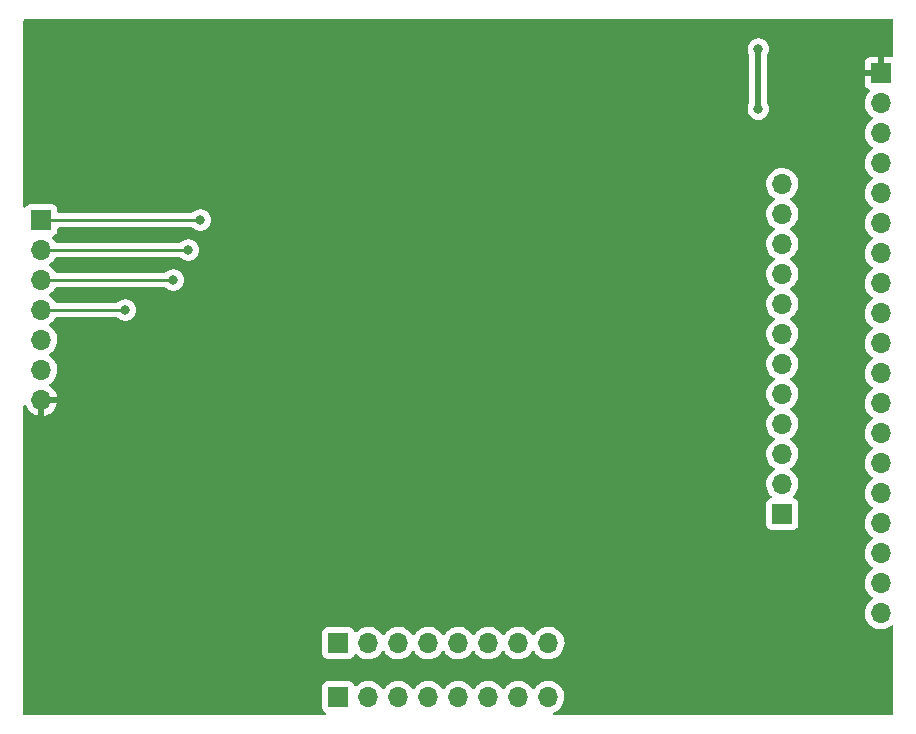
<source format=gbr>
%TF.GenerationSoftware,KiCad,Pcbnew,(6.0.0-0)*%
%TF.CreationDate,2022-03-09T10:25:02-05:00*%
%TF.ProjectId,Backplane-Instruction-Reg-2022,4261636b-706c-4616-9e65-2d496e737472,rev?*%
%TF.SameCoordinates,Original*%
%TF.FileFunction,Copper,L2,Bot*%
%TF.FilePolarity,Positive*%
%FSLAX46Y46*%
G04 Gerber Fmt 4.6, Leading zero omitted, Abs format (unit mm)*
G04 Created by KiCad (PCBNEW (6.0.0-0)) date 2022-03-09 10:25:02*
%MOMM*%
%LPD*%
G01*
G04 APERTURE LIST*
%TA.AperFunction,ComponentPad*%
%ADD10R,1.700000X1.700000*%
%TD*%
%TA.AperFunction,ComponentPad*%
%ADD11O,1.700000X1.700000*%
%TD*%
%TA.AperFunction,ViaPad*%
%ADD12C,0.800000*%
%TD*%
%TA.AperFunction,Conductor*%
%ADD13C,0.500000*%
%TD*%
%TA.AperFunction,Conductor*%
%ADD14C,0.250000*%
%TD*%
G04 APERTURE END LIST*
D10*
%TO.P,J4,1,Pin_1*%
%TO.N,VCC*%
X185109000Y-71130000D03*
D11*
%TO.P,J4,2,Pin_2*%
%TO.N,GND*%
X185109000Y-73670000D03*
%TO.P,J4,3,Pin_3*%
%TO.N,~{RESET_STEP}*%
X185109000Y-76210000D03*
%TO.P,J4,4,Pin_4*%
%TO.N,~{INT_REQUEST}*%
X185109000Y-78750000D03*
%TO.P,J4,5,Pin_5*%
%TO.N,~{LD_IR}*%
X185109000Y-81290000D03*
%TO.P,J4,6,Pin_6*%
%TO.N,CLOCK*%
X185109000Y-83830000D03*
%TO.P,J4,7,Pin_7*%
%TO.N,~{RESET}*%
X185109000Y-86370000D03*
%TO.P,J4,8,Pin_8*%
%TO.N,INSTRUCTION7*%
X185109000Y-88910000D03*
%TO.P,J4,9,Pin_9*%
%TO.N,INSTRUCTION6*%
X185109000Y-91450000D03*
%TO.P,J4,10,Pin_10*%
%TO.N,INSTRUCTION5*%
X185109000Y-93990000D03*
%TO.P,J4,11,Pin_11*%
%TO.N,INSTRUCTION4*%
X185109000Y-96530000D03*
%TO.P,J4,12,Pin_12*%
%TO.N,INSTRUCTION3*%
X185109000Y-99070000D03*
%TO.P,J4,13,Pin_13*%
%TO.N,INSTRUCTION2*%
X185109000Y-101610000D03*
%TO.P,J4,14,Pin_14*%
%TO.N,INSTRUCTION1*%
X185109000Y-104150000D03*
%TO.P,J4,15,Pin_15*%
%TO.N,INSTRUCTION0*%
X185109000Y-106690000D03*
%TO.P,J4,16,Pin_16*%
%TO.N,STEP3*%
X185109000Y-109230000D03*
%TO.P,J4,17,Pin_17*%
%TO.N,STEP2*%
X185109000Y-111770000D03*
%TO.P,J4,18,Pin_18*%
%TO.N,STEP1*%
X185109000Y-114310000D03*
%TO.P,J4,19,Pin_19*%
%TO.N,STEP0*%
X185109000Y-116850000D03*
%TD*%
D10*
%TO.P,J5,1,Pin_1*%
%TO.N,~{RESET}*%
X114046000Y-83561000D03*
D11*
%TO.P,J5,2,Pin_2*%
%TO.N,CLOCK*%
X114046000Y-86101000D03*
%TO.P,J5,3,Pin_3*%
%TO.N,~{LD_IR}*%
X114046000Y-88641000D03*
%TO.P,J5,4,Pin_4*%
%TO.N,~{INT_REQUEST}*%
X114046000Y-91181000D03*
%TO.P,J5,5,Pin_5*%
%TO.N,~{RESET_STEP}*%
X114046000Y-93721000D03*
%TO.P,J5,6,Pin_6*%
%TO.N,GND*%
X114046000Y-96261000D03*
%TO.P,J5,7,Pin_7*%
%TO.N,VCC*%
X114046000Y-98801000D03*
%TD*%
D10*
%TO.P,J3,1,Pin_1*%
%TO.N,STEP0*%
X176784000Y-108463000D03*
D11*
%TO.P,J3,2,Pin_2*%
%TO.N,STEP1*%
X176784000Y-105923000D03*
%TO.P,J3,3,Pin_3*%
%TO.N,STEP2*%
X176784000Y-103383000D03*
%TO.P,J3,4,Pin_4*%
%TO.N,STEP3*%
X176784000Y-100843000D03*
%TO.P,J3,5,Pin_5*%
%TO.N,INSTRUCTION0*%
X176784000Y-98303000D03*
%TO.P,J3,6,Pin_6*%
%TO.N,INSTRUCTION1*%
X176784000Y-95763000D03*
%TO.P,J3,7,Pin_7*%
%TO.N,INSTRUCTION2*%
X176784000Y-93223000D03*
%TO.P,J3,8,Pin_8*%
%TO.N,INSTRUCTION3*%
X176784000Y-90683000D03*
%TO.P,J3,9,Pin_9*%
%TO.N,INSTRUCTION4*%
X176784000Y-88143000D03*
%TO.P,J3,10,Pin_10*%
%TO.N,INSTRUCTION5*%
X176784000Y-85603000D03*
%TO.P,J3,11,Pin_11*%
%TO.N,INSTRUCTION6*%
X176784000Y-83063000D03*
%TO.P,J3,12,Pin_12*%
%TO.N,INSTRUCTION7*%
X176784000Y-80523000D03*
%TD*%
D10*
%TO.P,J2,1,Pin_1*%
%TO.N,BUS0*%
X139200834Y-119380000D03*
D11*
%TO.P,J2,2,Pin_2*%
%TO.N,BUS1*%
X141740834Y-119380000D03*
%TO.P,J2,3,Pin_3*%
%TO.N,BUS2*%
X144280834Y-119380000D03*
%TO.P,J2,4,Pin_4*%
%TO.N,BUS3*%
X146820834Y-119380000D03*
%TO.P,J2,5,Pin_5*%
%TO.N,BUS4*%
X149360834Y-119380000D03*
%TO.P,J2,6,Pin_6*%
%TO.N,BUS5*%
X151900834Y-119380000D03*
%TO.P,J2,7,Pin_7*%
%TO.N,BUS6*%
X154440834Y-119380000D03*
%TO.P,J2,8,Pin_8*%
%TO.N,BUS7*%
X156980834Y-119380000D03*
%TD*%
D10*
%TO.P,J1,1,Pin_1*%
%TO.N,BUS0*%
X139192000Y-123952000D03*
D11*
%TO.P,J1,2,Pin_2*%
%TO.N,BUS1*%
X141732000Y-123952000D03*
%TO.P,J1,3,Pin_3*%
%TO.N,BUS2*%
X144272000Y-123952000D03*
%TO.P,J1,4,Pin_4*%
%TO.N,BUS3*%
X146812000Y-123952000D03*
%TO.P,J1,5,Pin_5*%
%TO.N,BUS4*%
X149352000Y-123952000D03*
%TO.P,J1,6,Pin_6*%
%TO.N,BUS5*%
X151892000Y-123952000D03*
%TO.P,J1,7,Pin_7*%
%TO.N,BUS6*%
X154432000Y-123952000D03*
%TO.P,J1,8,Pin_8*%
%TO.N,BUS7*%
X156972000Y-123952000D03*
%TD*%
D12*
%TO.N,GND*%
X174752000Y-69088000D03*
X174752000Y-74168000D03*
%TO.N,~{RESET}*%
X127508000Y-83566000D03*
%TO.N,CLOCK*%
X126492000Y-86106000D03*
%TO.N,~{LD_IR}*%
X125222000Y-88646000D03*
%TO.N,~{INT_REQUEST}*%
X121158000Y-91186000D03*
%TD*%
D13*
%TO.N,GND*%
X174752000Y-69088000D02*
X174752000Y-74168000D01*
D14*
%TO.N,~{RESET}*%
X114046000Y-83561000D02*
X127503000Y-83561000D01*
X127503000Y-83561000D02*
X127508000Y-83566000D01*
%TO.N,CLOCK*%
X126492000Y-86106000D02*
X126487000Y-86101000D01*
X126487000Y-86101000D02*
X114046000Y-86101000D01*
%TO.N,~{LD_IR}*%
X125222000Y-88646000D02*
X125217000Y-88641000D01*
X125217000Y-88641000D02*
X114046000Y-88641000D01*
%TO.N,~{INT_REQUEST}*%
X121158000Y-91186000D02*
X121153000Y-91181000D01*
X121153000Y-91181000D02*
X114046000Y-91181000D01*
%TD*%
%TA.AperFunction,Conductor*%
%TO.N,VCC*%
G36*
X186124121Y-66568002D02*
G01*
X186170614Y-66621658D01*
X186182000Y-66674000D01*
X186182000Y-69650572D01*
X186161998Y-69718693D01*
X186108342Y-69765186D01*
X186042393Y-69775835D01*
X186010488Y-69772369D01*
X186003672Y-69772000D01*
X185381115Y-69772000D01*
X185365876Y-69776475D01*
X185364671Y-69777865D01*
X185363000Y-69785548D01*
X185363000Y-71258000D01*
X185342998Y-71326121D01*
X185289342Y-71372614D01*
X185237000Y-71384000D01*
X183769116Y-71384000D01*
X183753877Y-71388475D01*
X183752672Y-71389865D01*
X183751001Y-71397548D01*
X183751001Y-72024669D01*
X183751371Y-72031490D01*
X183756895Y-72082352D01*
X183760521Y-72097604D01*
X183805676Y-72218054D01*
X183814214Y-72233649D01*
X183890715Y-72335724D01*
X183903276Y-72348285D01*
X184005351Y-72424786D01*
X184020946Y-72433324D01*
X184129827Y-72474142D01*
X184186591Y-72516784D01*
X184211291Y-72583345D01*
X184196083Y-72652694D01*
X184176691Y-72679175D01*
X184053200Y-72808401D01*
X184049629Y-72812138D01*
X183923743Y-72996680D01*
X183829688Y-73199305D01*
X183769989Y-73414570D01*
X183746251Y-73636695D01*
X183759110Y-73859715D01*
X183760247Y-73864761D01*
X183760248Y-73864767D01*
X183784304Y-73971508D01*
X183808222Y-74077639D01*
X183892266Y-74284616D01*
X184008987Y-74475088D01*
X184155250Y-74643938D01*
X184327126Y-74786632D01*
X184380895Y-74818052D01*
X184400445Y-74829476D01*
X184449169Y-74881114D01*
X184462240Y-74950897D01*
X184435509Y-75016669D01*
X184395055Y-75050027D01*
X184382607Y-75056507D01*
X184378474Y-75059610D01*
X184378471Y-75059612D01*
X184278992Y-75134303D01*
X184203965Y-75190635D01*
X184049629Y-75352138D01*
X183923743Y-75536680D01*
X183829688Y-75739305D01*
X183769989Y-75954570D01*
X183746251Y-76176695D01*
X183759110Y-76399715D01*
X183760247Y-76404761D01*
X183760248Y-76404767D01*
X183784304Y-76511508D01*
X183808222Y-76617639D01*
X183892266Y-76824616D01*
X184008987Y-77015088D01*
X184155250Y-77183938D01*
X184327126Y-77326632D01*
X184380895Y-77358052D01*
X184400445Y-77369476D01*
X184449169Y-77421114D01*
X184462240Y-77490897D01*
X184435509Y-77556669D01*
X184395055Y-77590027D01*
X184382607Y-77596507D01*
X184378474Y-77599610D01*
X184378471Y-77599612D01*
X184278992Y-77674303D01*
X184203965Y-77730635D01*
X184049629Y-77892138D01*
X183923743Y-78076680D01*
X183829688Y-78279305D01*
X183769989Y-78494570D01*
X183746251Y-78716695D01*
X183759110Y-78939715D01*
X183760247Y-78944761D01*
X183760248Y-78944767D01*
X183784304Y-79051508D01*
X183808222Y-79157639D01*
X183892266Y-79364616D01*
X184008987Y-79555088D01*
X184155250Y-79723938D01*
X184327126Y-79866632D01*
X184380895Y-79898052D01*
X184400445Y-79909476D01*
X184449169Y-79961114D01*
X184462240Y-80030897D01*
X184435509Y-80096669D01*
X184395055Y-80130027D01*
X184382607Y-80136507D01*
X184378474Y-80139610D01*
X184378471Y-80139612D01*
X184208100Y-80267530D01*
X184203965Y-80270635D01*
X184049629Y-80432138D01*
X183923743Y-80616680D01*
X183829688Y-80819305D01*
X183769989Y-81034570D01*
X183746251Y-81256695D01*
X183759110Y-81479715D01*
X183760247Y-81484761D01*
X183760248Y-81484767D01*
X183777322Y-81560529D01*
X183808222Y-81697639D01*
X183892266Y-81904616D01*
X184008987Y-82095088D01*
X184155250Y-82263938D01*
X184327126Y-82406632D01*
X184380895Y-82438052D01*
X184400445Y-82449476D01*
X184449169Y-82501114D01*
X184462240Y-82570897D01*
X184435509Y-82636669D01*
X184395055Y-82670027D01*
X184382607Y-82676507D01*
X184378474Y-82679610D01*
X184378471Y-82679612D01*
X184208100Y-82807530D01*
X184203965Y-82810635D01*
X184049629Y-82972138D01*
X183923743Y-83156680D01*
X183829688Y-83359305D01*
X183769989Y-83574570D01*
X183746251Y-83796695D01*
X183759110Y-84019715D01*
X183760247Y-84024761D01*
X183760248Y-84024767D01*
X183776578Y-84097226D01*
X183808222Y-84237639D01*
X183892266Y-84444616D01*
X184008987Y-84635088D01*
X184155250Y-84803938D01*
X184327126Y-84946632D01*
X184380895Y-84978052D01*
X184400445Y-84989476D01*
X184449169Y-85041114D01*
X184462240Y-85110897D01*
X184435509Y-85176669D01*
X184395055Y-85210027D01*
X184382607Y-85216507D01*
X184378474Y-85219610D01*
X184378471Y-85219612D01*
X184208100Y-85347530D01*
X184203965Y-85350635D01*
X184049629Y-85512138D01*
X183923743Y-85696680D01*
X183829688Y-85899305D01*
X183769989Y-86114570D01*
X183746251Y-86336695D01*
X183759110Y-86559715D01*
X183760247Y-86564761D01*
X183760248Y-86564767D01*
X183776578Y-86637226D01*
X183808222Y-86777639D01*
X183892266Y-86984616D01*
X183908312Y-87010800D01*
X183986584Y-87138529D01*
X184008987Y-87175088D01*
X184155250Y-87343938D01*
X184327126Y-87486632D01*
X184359583Y-87505598D01*
X184400445Y-87529476D01*
X184449169Y-87581114D01*
X184462240Y-87650897D01*
X184435509Y-87716669D01*
X184395055Y-87750027D01*
X184382607Y-87756507D01*
X184378474Y-87759610D01*
X184378471Y-87759612D01*
X184208100Y-87887530D01*
X184203965Y-87890635D01*
X184049629Y-88052138D01*
X183923743Y-88236680D01*
X183829688Y-88439305D01*
X183769989Y-88654570D01*
X183746251Y-88876695D01*
X183759110Y-89099715D01*
X183760247Y-89104761D01*
X183760248Y-89104767D01*
X183776578Y-89177226D01*
X183808222Y-89317639D01*
X183892266Y-89524616D01*
X183908312Y-89550800D01*
X183986584Y-89678529D01*
X184008987Y-89715088D01*
X184155250Y-89883938D01*
X184327126Y-90026632D01*
X184359583Y-90045598D01*
X184400445Y-90069476D01*
X184449169Y-90121114D01*
X184462240Y-90190897D01*
X184435509Y-90256669D01*
X184395055Y-90290027D01*
X184382607Y-90296507D01*
X184378474Y-90299610D01*
X184378471Y-90299612D01*
X184208100Y-90427530D01*
X184203965Y-90430635D01*
X184049629Y-90592138D01*
X183923743Y-90776680D01*
X183829688Y-90979305D01*
X183769989Y-91194570D01*
X183746251Y-91416695D01*
X183759110Y-91639715D01*
X183760247Y-91644761D01*
X183760248Y-91644767D01*
X183776578Y-91717226D01*
X183808222Y-91857639D01*
X183892266Y-92064616D01*
X183908312Y-92090800D01*
X183986584Y-92218529D01*
X184008987Y-92255088D01*
X184155250Y-92423938D01*
X184327126Y-92566632D01*
X184359583Y-92585598D01*
X184400445Y-92609476D01*
X184449169Y-92661114D01*
X184462240Y-92730897D01*
X184435509Y-92796669D01*
X184395055Y-92830027D01*
X184382607Y-92836507D01*
X184378474Y-92839610D01*
X184378471Y-92839612D01*
X184208100Y-92967530D01*
X184203965Y-92970635D01*
X184049629Y-93132138D01*
X183923743Y-93316680D01*
X183921564Y-93321375D01*
X183841740Y-93493342D01*
X183829688Y-93519305D01*
X183769989Y-93734570D01*
X183746251Y-93956695D01*
X183759110Y-94179715D01*
X183760247Y-94184761D01*
X183760248Y-94184767D01*
X183769868Y-94227453D01*
X183808222Y-94397639D01*
X183892266Y-94604616D01*
X183908312Y-94630800D01*
X183986584Y-94758529D01*
X184008987Y-94795088D01*
X184155250Y-94963938D01*
X184327126Y-95106632D01*
X184359583Y-95125598D01*
X184400445Y-95149476D01*
X184449169Y-95201114D01*
X184462240Y-95270897D01*
X184435509Y-95336669D01*
X184395055Y-95370027D01*
X184382607Y-95376507D01*
X184378474Y-95379610D01*
X184378471Y-95379612D01*
X184208100Y-95507530D01*
X184203965Y-95510635D01*
X184049629Y-95672138D01*
X183923743Y-95856680D01*
X183921564Y-95861375D01*
X183841740Y-96033342D01*
X183829688Y-96059305D01*
X183769989Y-96274570D01*
X183746251Y-96496695D01*
X183759110Y-96719715D01*
X183760247Y-96724761D01*
X183760248Y-96724767D01*
X183769868Y-96767453D01*
X183808222Y-96937639D01*
X183892266Y-97144616D01*
X183908312Y-97170800D01*
X183986584Y-97298529D01*
X184008987Y-97335088D01*
X184155250Y-97503938D01*
X184327126Y-97646632D01*
X184380895Y-97678052D01*
X184400445Y-97689476D01*
X184449169Y-97741114D01*
X184462240Y-97810897D01*
X184435509Y-97876669D01*
X184395055Y-97910027D01*
X184382607Y-97916507D01*
X184378474Y-97919610D01*
X184378471Y-97919612D01*
X184208100Y-98047530D01*
X184203965Y-98050635D01*
X184049629Y-98212138D01*
X183923743Y-98396680D01*
X183829688Y-98599305D01*
X183769989Y-98814570D01*
X183746251Y-99036695D01*
X183746548Y-99041848D01*
X183746548Y-99041851D01*
X183748342Y-99072962D01*
X183759110Y-99259715D01*
X183760247Y-99264761D01*
X183760248Y-99264767D01*
X183767664Y-99297672D01*
X183808222Y-99477639D01*
X183892266Y-99684616D01*
X183908312Y-99710800D01*
X183990422Y-99844792D01*
X184008987Y-99875088D01*
X184155250Y-100043938D01*
X184327126Y-100186632D01*
X184380895Y-100218052D01*
X184400445Y-100229476D01*
X184449169Y-100281114D01*
X184462240Y-100350897D01*
X184435509Y-100416669D01*
X184395055Y-100450027D01*
X184382607Y-100456507D01*
X184378474Y-100459610D01*
X184378471Y-100459612D01*
X184208100Y-100587530D01*
X184203965Y-100590635D01*
X184049629Y-100752138D01*
X183923743Y-100936680D01*
X183829688Y-101139305D01*
X183769989Y-101354570D01*
X183746251Y-101576695D01*
X183759110Y-101799715D01*
X183760247Y-101804761D01*
X183760248Y-101804767D01*
X183777322Y-101880529D01*
X183808222Y-102017639D01*
X183892266Y-102224616D01*
X184008987Y-102415088D01*
X184155250Y-102583938D01*
X184327126Y-102726632D01*
X184380895Y-102758052D01*
X184400445Y-102769476D01*
X184449169Y-102821114D01*
X184462240Y-102890897D01*
X184435509Y-102956669D01*
X184395055Y-102990027D01*
X184382607Y-102996507D01*
X184378474Y-102999610D01*
X184378471Y-102999612D01*
X184208100Y-103127530D01*
X184203965Y-103130635D01*
X184049629Y-103292138D01*
X183923743Y-103476680D01*
X183829688Y-103679305D01*
X183769989Y-103894570D01*
X183746251Y-104116695D01*
X183759110Y-104339715D01*
X183760247Y-104344761D01*
X183760248Y-104344767D01*
X183777322Y-104420529D01*
X183808222Y-104557639D01*
X183892266Y-104764616D01*
X184008987Y-104955088D01*
X184155250Y-105123938D01*
X184327126Y-105266632D01*
X184380895Y-105298052D01*
X184400445Y-105309476D01*
X184449169Y-105361114D01*
X184462240Y-105430897D01*
X184435509Y-105496669D01*
X184395055Y-105530027D01*
X184382607Y-105536507D01*
X184378474Y-105539610D01*
X184378471Y-105539612D01*
X184208100Y-105667530D01*
X184203965Y-105670635D01*
X184049629Y-105832138D01*
X183923743Y-106016680D01*
X183829688Y-106219305D01*
X183769989Y-106434570D01*
X183746251Y-106656695D01*
X183759110Y-106879715D01*
X183760247Y-106884761D01*
X183760248Y-106884767D01*
X183778144Y-106964173D01*
X183808222Y-107097639D01*
X183892266Y-107304616D01*
X184008987Y-107495088D01*
X184155250Y-107663938D01*
X184327126Y-107806632D01*
X184380895Y-107838052D01*
X184400445Y-107849476D01*
X184449169Y-107901114D01*
X184462240Y-107970897D01*
X184435509Y-108036669D01*
X184395055Y-108070027D01*
X184382607Y-108076507D01*
X184378474Y-108079610D01*
X184378471Y-108079612D01*
X184278992Y-108154303D01*
X184203965Y-108210635D01*
X184049629Y-108372138D01*
X183923743Y-108556680D01*
X183829688Y-108759305D01*
X183769989Y-108974570D01*
X183746251Y-109196695D01*
X183759110Y-109419715D01*
X183760247Y-109424761D01*
X183760248Y-109424767D01*
X183784304Y-109531508D01*
X183808222Y-109637639D01*
X183823905Y-109676261D01*
X183882880Y-109821500D01*
X183892266Y-109844616D01*
X184008987Y-110035088D01*
X184155250Y-110203938D01*
X184327126Y-110346632D01*
X184380895Y-110378052D01*
X184400445Y-110389476D01*
X184449169Y-110441114D01*
X184462240Y-110510897D01*
X184435509Y-110576669D01*
X184395055Y-110610027D01*
X184382607Y-110616507D01*
X184378474Y-110619610D01*
X184378471Y-110619612D01*
X184278992Y-110694303D01*
X184203965Y-110750635D01*
X184049629Y-110912138D01*
X183923743Y-111096680D01*
X183829688Y-111299305D01*
X183769989Y-111514570D01*
X183746251Y-111736695D01*
X183759110Y-111959715D01*
X183760247Y-111964761D01*
X183760248Y-111964767D01*
X183784304Y-112071508D01*
X183808222Y-112177639D01*
X183892266Y-112384616D01*
X184008987Y-112575088D01*
X184155250Y-112743938D01*
X184327126Y-112886632D01*
X184380895Y-112918052D01*
X184400445Y-112929476D01*
X184449169Y-112981114D01*
X184462240Y-113050897D01*
X184435509Y-113116669D01*
X184395055Y-113150027D01*
X184382607Y-113156507D01*
X184378474Y-113159610D01*
X184378471Y-113159612D01*
X184278992Y-113234303D01*
X184203965Y-113290635D01*
X184049629Y-113452138D01*
X183923743Y-113636680D01*
X183829688Y-113839305D01*
X183769989Y-114054570D01*
X183746251Y-114276695D01*
X183759110Y-114499715D01*
X183760247Y-114504761D01*
X183760248Y-114504767D01*
X183784304Y-114611508D01*
X183808222Y-114717639D01*
X183892266Y-114924616D01*
X184008987Y-115115088D01*
X184155250Y-115283938D01*
X184327126Y-115426632D01*
X184380895Y-115458052D01*
X184400445Y-115469476D01*
X184449169Y-115521114D01*
X184462240Y-115590897D01*
X184435509Y-115656669D01*
X184395055Y-115690027D01*
X184382607Y-115696507D01*
X184378474Y-115699610D01*
X184378471Y-115699612D01*
X184278992Y-115774303D01*
X184203965Y-115830635D01*
X184049629Y-115992138D01*
X183923743Y-116176680D01*
X183829688Y-116379305D01*
X183769989Y-116594570D01*
X183746251Y-116816695D01*
X183759110Y-117039715D01*
X183760247Y-117044761D01*
X183760248Y-117044767D01*
X183784304Y-117151508D01*
X183808222Y-117257639D01*
X183892266Y-117464616D01*
X184008987Y-117655088D01*
X184155250Y-117823938D01*
X184327126Y-117966632D01*
X184520000Y-118079338D01*
X184524825Y-118081180D01*
X184524826Y-118081181D01*
X184597612Y-118108975D01*
X184728692Y-118159030D01*
X184733760Y-118160061D01*
X184733763Y-118160062D01*
X184801873Y-118173919D01*
X184947597Y-118203567D01*
X184952772Y-118203757D01*
X184952774Y-118203757D01*
X185165673Y-118211564D01*
X185165677Y-118211564D01*
X185170837Y-118211753D01*
X185175957Y-118211097D01*
X185175959Y-118211097D01*
X185387288Y-118184025D01*
X185387289Y-118184025D01*
X185392416Y-118183368D01*
X185465779Y-118161358D01*
X185601429Y-118120661D01*
X185601434Y-118120659D01*
X185606384Y-118119174D01*
X185806994Y-118020896D01*
X185903228Y-117952253D01*
X185982832Y-117895473D01*
X186049905Y-117872199D01*
X186118914Y-117888883D01*
X186167948Y-117940227D01*
X186182000Y-117998052D01*
X186182000Y-125350000D01*
X186161998Y-125418121D01*
X186108342Y-125464614D01*
X186056000Y-125476000D01*
X157478460Y-125476000D01*
X157410339Y-125455998D01*
X157363846Y-125402342D01*
X157353742Y-125332068D01*
X157383236Y-125267488D01*
X157442253Y-125229314D01*
X157464425Y-125222662D01*
X157464427Y-125222661D01*
X157469384Y-125221174D01*
X157669994Y-125122896D01*
X157851860Y-124993173D01*
X158010096Y-124835489D01*
X158140453Y-124654077D01*
X158161320Y-124611857D01*
X158237136Y-124458453D01*
X158237137Y-124458451D01*
X158239430Y-124453811D01*
X158304370Y-124240069D01*
X158333529Y-124018590D01*
X158335156Y-123952000D01*
X158316852Y-123729361D01*
X158262431Y-123512702D01*
X158173354Y-123307840D01*
X158052014Y-123120277D01*
X157901670Y-122955051D01*
X157897619Y-122951852D01*
X157897615Y-122951848D01*
X157730414Y-122819800D01*
X157730410Y-122819798D01*
X157726359Y-122816598D01*
X157530789Y-122708638D01*
X157525920Y-122706914D01*
X157525916Y-122706912D01*
X157325087Y-122635795D01*
X157325083Y-122635794D01*
X157320212Y-122634069D01*
X157315119Y-122633162D01*
X157315116Y-122633161D01*
X157105373Y-122595800D01*
X157105367Y-122595799D01*
X157100284Y-122594894D01*
X157026452Y-122593992D01*
X156882081Y-122592228D01*
X156882079Y-122592228D01*
X156876911Y-122592165D01*
X156656091Y-122625955D01*
X156443756Y-122695357D01*
X156245607Y-122798507D01*
X156241474Y-122801610D01*
X156241471Y-122801612D01*
X156071100Y-122929530D01*
X156066965Y-122932635D01*
X156063393Y-122936373D01*
X155955729Y-123049037D01*
X155912629Y-123094138D01*
X155805201Y-123251621D01*
X155750293Y-123296621D01*
X155679768Y-123304792D01*
X155616021Y-123273538D01*
X155595324Y-123249054D01*
X155514822Y-123124617D01*
X155514820Y-123124614D01*
X155512014Y-123120277D01*
X155361670Y-122955051D01*
X155357619Y-122951852D01*
X155357615Y-122951848D01*
X155190414Y-122819800D01*
X155190410Y-122819798D01*
X155186359Y-122816598D01*
X154990789Y-122708638D01*
X154985920Y-122706914D01*
X154985916Y-122706912D01*
X154785087Y-122635795D01*
X154785083Y-122635794D01*
X154780212Y-122634069D01*
X154775119Y-122633162D01*
X154775116Y-122633161D01*
X154565373Y-122595800D01*
X154565367Y-122595799D01*
X154560284Y-122594894D01*
X154486452Y-122593992D01*
X154342081Y-122592228D01*
X154342079Y-122592228D01*
X154336911Y-122592165D01*
X154116091Y-122625955D01*
X153903756Y-122695357D01*
X153705607Y-122798507D01*
X153701474Y-122801610D01*
X153701471Y-122801612D01*
X153531100Y-122929530D01*
X153526965Y-122932635D01*
X153523393Y-122936373D01*
X153415729Y-123049037D01*
X153372629Y-123094138D01*
X153265201Y-123251621D01*
X153210293Y-123296621D01*
X153139768Y-123304792D01*
X153076021Y-123273538D01*
X153055324Y-123249054D01*
X152974822Y-123124617D01*
X152974820Y-123124614D01*
X152972014Y-123120277D01*
X152821670Y-122955051D01*
X152817619Y-122951852D01*
X152817615Y-122951848D01*
X152650414Y-122819800D01*
X152650410Y-122819798D01*
X152646359Y-122816598D01*
X152450789Y-122708638D01*
X152445920Y-122706914D01*
X152445916Y-122706912D01*
X152245087Y-122635795D01*
X152245083Y-122635794D01*
X152240212Y-122634069D01*
X152235119Y-122633162D01*
X152235116Y-122633161D01*
X152025373Y-122595800D01*
X152025367Y-122595799D01*
X152020284Y-122594894D01*
X151946452Y-122593992D01*
X151802081Y-122592228D01*
X151802079Y-122592228D01*
X151796911Y-122592165D01*
X151576091Y-122625955D01*
X151363756Y-122695357D01*
X151165607Y-122798507D01*
X151161474Y-122801610D01*
X151161471Y-122801612D01*
X150991100Y-122929530D01*
X150986965Y-122932635D01*
X150983393Y-122936373D01*
X150875729Y-123049037D01*
X150832629Y-123094138D01*
X150725201Y-123251621D01*
X150670293Y-123296621D01*
X150599768Y-123304792D01*
X150536021Y-123273538D01*
X150515324Y-123249054D01*
X150434822Y-123124617D01*
X150434820Y-123124614D01*
X150432014Y-123120277D01*
X150281670Y-122955051D01*
X150277619Y-122951852D01*
X150277615Y-122951848D01*
X150110414Y-122819800D01*
X150110410Y-122819798D01*
X150106359Y-122816598D01*
X149910789Y-122708638D01*
X149905920Y-122706914D01*
X149905916Y-122706912D01*
X149705087Y-122635795D01*
X149705083Y-122635794D01*
X149700212Y-122634069D01*
X149695119Y-122633162D01*
X149695116Y-122633161D01*
X149485373Y-122595800D01*
X149485367Y-122595799D01*
X149480284Y-122594894D01*
X149406452Y-122593992D01*
X149262081Y-122592228D01*
X149262079Y-122592228D01*
X149256911Y-122592165D01*
X149036091Y-122625955D01*
X148823756Y-122695357D01*
X148625607Y-122798507D01*
X148621474Y-122801610D01*
X148621471Y-122801612D01*
X148451100Y-122929530D01*
X148446965Y-122932635D01*
X148443393Y-122936373D01*
X148335729Y-123049037D01*
X148292629Y-123094138D01*
X148185201Y-123251621D01*
X148130293Y-123296621D01*
X148059768Y-123304792D01*
X147996021Y-123273538D01*
X147975324Y-123249054D01*
X147894822Y-123124617D01*
X147894820Y-123124614D01*
X147892014Y-123120277D01*
X147741670Y-122955051D01*
X147737619Y-122951852D01*
X147737615Y-122951848D01*
X147570414Y-122819800D01*
X147570410Y-122819798D01*
X147566359Y-122816598D01*
X147370789Y-122708638D01*
X147365920Y-122706914D01*
X147365916Y-122706912D01*
X147165087Y-122635795D01*
X147165083Y-122635794D01*
X147160212Y-122634069D01*
X147155119Y-122633162D01*
X147155116Y-122633161D01*
X146945373Y-122595800D01*
X146945367Y-122595799D01*
X146940284Y-122594894D01*
X146866452Y-122593992D01*
X146722081Y-122592228D01*
X146722079Y-122592228D01*
X146716911Y-122592165D01*
X146496091Y-122625955D01*
X146283756Y-122695357D01*
X146085607Y-122798507D01*
X146081474Y-122801610D01*
X146081471Y-122801612D01*
X145911100Y-122929530D01*
X145906965Y-122932635D01*
X145903393Y-122936373D01*
X145795729Y-123049037D01*
X145752629Y-123094138D01*
X145645201Y-123251621D01*
X145590293Y-123296621D01*
X145519768Y-123304792D01*
X145456021Y-123273538D01*
X145435324Y-123249054D01*
X145354822Y-123124617D01*
X145354820Y-123124614D01*
X145352014Y-123120277D01*
X145201670Y-122955051D01*
X145197619Y-122951852D01*
X145197615Y-122951848D01*
X145030414Y-122819800D01*
X145030410Y-122819798D01*
X145026359Y-122816598D01*
X144830789Y-122708638D01*
X144825920Y-122706914D01*
X144825916Y-122706912D01*
X144625087Y-122635795D01*
X144625083Y-122635794D01*
X144620212Y-122634069D01*
X144615119Y-122633162D01*
X144615116Y-122633161D01*
X144405373Y-122595800D01*
X144405367Y-122595799D01*
X144400284Y-122594894D01*
X144326452Y-122593992D01*
X144182081Y-122592228D01*
X144182079Y-122592228D01*
X144176911Y-122592165D01*
X143956091Y-122625955D01*
X143743756Y-122695357D01*
X143545607Y-122798507D01*
X143541474Y-122801610D01*
X143541471Y-122801612D01*
X143371100Y-122929530D01*
X143366965Y-122932635D01*
X143363393Y-122936373D01*
X143255729Y-123049037D01*
X143212629Y-123094138D01*
X143105201Y-123251621D01*
X143050293Y-123296621D01*
X142979768Y-123304792D01*
X142916021Y-123273538D01*
X142895324Y-123249054D01*
X142814822Y-123124617D01*
X142814820Y-123124614D01*
X142812014Y-123120277D01*
X142661670Y-122955051D01*
X142657619Y-122951852D01*
X142657615Y-122951848D01*
X142490414Y-122819800D01*
X142490410Y-122819798D01*
X142486359Y-122816598D01*
X142290789Y-122708638D01*
X142285920Y-122706914D01*
X142285916Y-122706912D01*
X142085087Y-122635795D01*
X142085083Y-122635794D01*
X142080212Y-122634069D01*
X142075119Y-122633162D01*
X142075116Y-122633161D01*
X141865373Y-122595800D01*
X141865367Y-122595799D01*
X141860284Y-122594894D01*
X141786452Y-122593992D01*
X141642081Y-122592228D01*
X141642079Y-122592228D01*
X141636911Y-122592165D01*
X141416091Y-122625955D01*
X141203756Y-122695357D01*
X141005607Y-122798507D01*
X141001474Y-122801610D01*
X141001471Y-122801612D01*
X140831100Y-122929530D01*
X140826965Y-122932635D01*
X140770537Y-122991684D01*
X140746283Y-123017064D01*
X140684759Y-123052494D01*
X140613846Y-123049037D01*
X140556060Y-123007791D01*
X140537207Y-122974243D01*
X140495767Y-122863703D01*
X140492615Y-122855295D01*
X140405261Y-122738739D01*
X140288705Y-122651385D01*
X140152316Y-122600255D01*
X140090134Y-122593500D01*
X138293866Y-122593500D01*
X138231684Y-122600255D01*
X138095295Y-122651385D01*
X137978739Y-122738739D01*
X137891385Y-122855295D01*
X137840255Y-122991684D01*
X137833500Y-123053866D01*
X137833500Y-124850134D01*
X137840255Y-124912316D01*
X137891385Y-125048705D01*
X137978739Y-125165261D01*
X138068176Y-125232290D01*
X138090704Y-125249174D01*
X138133219Y-125306033D01*
X138138245Y-125376852D01*
X138104185Y-125439145D01*
X138041854Y-125473135D01*
X138015139Y-125476000D01*
X112648000Y-125476000D01*
X112579879Y-125455998D01*
X112533386Y-125402342D01*
X112522000Y-125350000D01*
X112522000Y-120278134D01*
X137842334Y-120278134D01*
X137849089Y-120340316D01*
X137900219Y-120476705D01*
X137987573Y-120593261D01*
X138104129Y-120680615D01*
X138240518Y-120731745D01*
X138302700Y-120738500D01*
X140098968Y-120738500D01*
X140161150Y-120731745D01*
X140297539Y-120680615D01*
X140414095Y-120593261D01*
X140501449Y-120476705D01*
X140523633Y-120417529D01*
X140545432Y-120359382D01*
X140588074Y-120302618D01*
X140654636Y-120277918D01*
X140723984Y-120293126D01*
X140758651Y-120321114D01*
X140787084Y-120353938D01*
X140958960Y-120496632D01*
X141151834Y-120609338D01*
X141360526Y-120689030D01*
X141365594Y-120690061D01*
X141365597Y-120690062D01*
X141472851Y-120711883D01*
X141579431Y-120733567D01*
X141584606Y-120733757D01*
X141584608Y-120733757D01*
X141797507Y-120741564D01*
X141797511Y-120741564D01*
X141802671Y-120741753D01*
X141807791Y-120741097D01*
X141807793Y-120741097D01*
X142019122Y-120714025D01*
X142019123Y-120714025D01*
X142024250Y-120713368D01*
X142029200Y-120711883D01*
X142233263Y-120650661D01*
X142233268Y-120650659D01*
X142238218Y-120649174D01*
X142438828Y-120550896D01*
X142620694Y-120421173D01*
X142778930Y-120263489D01*
X142909287Y-120082077D01*
X142910610Y-120083028D01*
X142957479Y-120039857D01*
X143027414Y-120027625D01*
X143092860Y-120055144D01*
X143120709Y-120086994D01*
X143180821Y-120185088D01*
X143327084Y-120353938D01*
X143498960Y-120496632D01*
X143691834Y-120609338D01*
X143900526Y-120689030D01*
X143905594Y-120690061D01*
X143905597Y-120690062D01*
X144012851Y-120711883D01*
X144119431Y-120733567D01*
X144124606Y-120733757D01*
X144124608Y-120733757D01*
X144337507Y-120741564D01*
X144337511Y-120741564D01*
X144342671Y-120741753D01*
X144347791Y-120741097D01*
X144347793Y-120741097D01*
X144559122Y-120714025D01*
X144559123Y-120714025D01*
X144564250Y-120713368D01*
X144569200Y-120711883D01*
X144773263Y-120650661D01*
X144773268Y-120650659D01*
X144778218Y-120649174D01*
X144978828Y-120550896D01*
X145160694Y-120421173D01*
X145318930Y-120263489D01*
X145449287Y-120082077D01*
X145450610Y-120083028D01*
X145497479Y-120039857D01*
X145567414Y-120027625D01*
X145632860Y-120055144D01*
X145660709Y-120086994D01*
X145720821Y-120185088D01*
X145867084Y-120353938D01*
X146038960Y-120496632D01*
X146231834Y-120609338D01*
X146440526Y-120689030D01*
X146445594Y-120690061D01*
X146445597Y-120690062D01*
X146552851Y-120711883D01*
X146659431Y-120733567D01*
X146664606Y-120733757D01*
X146664608Y-120733757D01*
X146877507Y-120741564D01*
X146877511Y-120741564D01*
X146882671Y-120741753D01*
X146887791Y-120741097D01*
X146887793Y-120741097D01*
X147099122Y-120714025D01*
X147099123Y-120714025D01*
X147104250Y-120713368D01*
X147109200Y-120711883D01*
X147313263Y-120650661D01*
X147313268Y-120650659D01*
X147318218Y-120649174D01*
X147518828Y-120550896D01*
X147700694Y-120421173D01*
X147858930Y-120263489D01*
X147989287Y-120082077D01*
X147990610Y-120083028D01*
X148037479Y-120039857D01*
X148107414Y-120027625D01*
X148172860Y-120055144D01*
X148200709Y-120086994D01*
X148260821Y-120185088D01*
X148407084Y-120353938D01*
X148578960Y-120496632D01*
X148771834Y-120609338D01*
X148980526Y-120689030D01*
X148985594Y-120690061D01*
X148985597Y-120690062D01*
X149092851Y-120711883D01*
X149199431Y-120733567D01*
X149204606Y-120733757D01*
X149204608Y-120733757D01*
X149417507Y-120741564D01*
X149417511Y-120741564D01*
X149422671Y-120741753D01*
X149427791Y-120741097D01*
X149427793Y-120741097D01*
X149639122Y-120714025D01*
X149639123Y-120714025D01*
X149644250Y-120713368D01*
X149649200Y-120711883D01*
X149853263Y-120650661D01*
X149853268Y-120650659D01*
X149858218Y-120649174D01*
X150058828Y-120550896D01*
X150240694Y-120421173D01*
X150398930Y-120263489D01*
X150529287Y-120082077D01*
X150530610Y-120083028D01*
X150577479Y-120039857D01*
X150647414Y-120027625D01*
X150712860Y-120055144D01*
X150740709Y-120086994D01*
X150800821Y-120185088D01*
X150947084Y-120353938D01*
X151118960Y-120496632D01*
X151311834Y-120609338D01*
X151520526Y-120689030D01*
X151525594Y-120690061D01*
X151525597Y-120690062D01*
X151632851Y-120711883D01*
X151739431Y-120733567D01*
X151744606Y-120733757D01*
X151744608Y-120733757D01*
X151957507Y-120741564D01*
X151957511Y-120741564D01*
X151962671Y-120741753D01*
X151967791Y-120741097D01*
X151967793Y-120741097D01*
X152179122Y-120714025D01*
X152179123Y-120714025D01*
X152184250Y-120713368D01*
X152189200Y-120711883D01*
X152393263Y-120650661D01*
X152393268Y-120650659D01*
X152398218Y-120649174D01*
X152598828Y-120550896D01*
X152780694Y-120421173D01*
X152938930Y-120263489D01*
X153069287Y-120082077D01*
X153070610Y-120083028D01*
X153117479Y-120039857D01*
X153187414Y-120027625D01*
X153252860Y-120055144D01*
X153280709Y-120086994D01*
X153340821Y-120185088D01*
X153487084Y-120353938D01*
X153658960Y-120496632D01*
X153851834Y-120609338D01*
X154060526Y-120689030D01*
X154065594Y-120690061D01*
X154065597Y-120690062D01*
X154172851Y-120711883D01*
X154279431Y-120733567D01*
X154284606Y-120733757D01*
X154284608Y-120733757D01*
X154497507Y-120741564D01*
X154497511Y-120741564D01*
X154502671Y-120741753D01*
X154507791Y-120741097D01*
X154507793Y-120741097D01*
X154719122Y-120714025D01*
X154719123Y-120714025D01*
X154724250Y-120713368D01*
X154729200Y-120711883D01*
X154933263Y-120650661D01*
X154933268Y-120650659D01*
X154938218Y-120649174D01*
X155138828Y-120550896D01*
X155320694Y-120421173D01*
X155478930Y-120263489D01*
X155609287Y-120082077D01*
X155610610Y-120083028D01*
X155657479Y-120039857D01*
X155727414Y-120027625D01*
X155792860Y-120055144D01*
X155820709Y-120086994D01*
X155880821Y-120185088D01*
X156027084Y-120353938D01*
X156198960Y-120496632D01*
X156391834Y-120609338D01*
X156600526Y-120689030D01*
X156605594Y-120690061D01*
X156605597Y-120690062D01*
X156712851Y-120711883D01*
X156819431Y-120733567D01*
X156824606Y-120733757D01*
X156824608Y-120733757D01*
X157037507Y-120741564D01*
X157037511Y-120741564D01*
X157042671Y-120741753D01*
X157047791Y-120741097D01*
X157047793Y-120741097D01*
X157259122Y-120714025D01*
X157259123Y-120714025D01*
X157264250Y-120713368D01*
X157269200Y-120711883D01*
X157473263Y-120650661D01*
X157473268Y-120650659D01*
X157478218Y-120649174D01*
X157678828Y-120550896D01*
X157860694Y-120421173D01*
X158018930Y-120263489D01*
X158149287Y-120082077D01*
X158170154Y-120039857D01*
X158245970Y-119886453D01*
X158245971Y-119886451D01*
X158248264Y-119881811D01*
X158313204Y-119668069D01*
X158342363Y-119446590D01*
X158343990Y-119380000D01*
X158325686Y-119157361D01*
X158271265Y-118940702D01*
X158182188Y-118735840D01*
X158060848Y-118548277D01*
X157910504Y-118383051D01*
X157906453Y-118379852D01*
X157906449Y-118379848D01*
X157739248Y-118247800D01*
X157739244Y-118247798D01*
X157735193Y-118244598D01*
X157539623Y-118136638D01*
X157534754Y-118134914D01*
X157534750Y-118134912D01*
X157333921Y-118063795D01*
X157333917Y-118063794D01*
X157329046Y-118062069D01*
X157323953Y-118061162D01*
X157323950Y-118061161D01*
X157114207Y-118023800D01*
X157114201Y-118023799D01*
X157109118Y-118022894D01*
X157035286Y-118021992D01*
X156890915Y-118020228D01*
X156890913Y-118020228D01*
X156885745Y-118020165D01*
X156664925Y-118053955D01*
X156452590Y-118123357D01*
X156422277Y-118139137D01*
X156300493Y-118202534D01*
X156254441Y-118226507D01*
X156250308Y-118229610D01*
X156250305Y-118229612D01*
X156079934Y-118357530D01*
X156075799Y-118360635D01*
X156072227Y-118364373D01*
X155964563Y-118477037D01*
X155921463Y-118522138D01*
X155814035Y-118679621D01*
X155759127Y-118724621D01*
X155688602Y-118732792D01*
X155624855Y-118701538D01*
X155604158Y-118677054D01*
X155523656Y-118552617D01*
X155523654Y-118552614D01*
X155520848Y-118548277D01*
X155370504Y-118383051D01*
X155366453Y-118379852D01*
X155366449Y-118379848D01*
X155199248Y-118247800D01*
X155199244Y-118247798D01*
X155195193Y-118244598D01*
X154999623Y-118136638D01*
X154994754Y-118134914D01*
X154994750Y-118134912D01*
X154793921Y-118063795D01*
X154793917Y-118063794D01*
X154789046Y-118062069D01*
X154783953Y-118061162D01*
X154783950Y-118061161D01*
X154574207Y-118023800D01*
X154574201Y-118023799D01*
X154569118Y-118022894D01*
X154495286Y-118021992D01*
X154350915Y-118020228D01*
X154350913Y-118020228D01*
X154345745Y-118020165D01*
X154124925Y-118053955D01*
X153912590Y-118123357D01*
X153882277Y-118139137D01*
X153760493Y-118202534D01*
X153714441Y-118226507D01*
X153710308Y-118229610D01*
X153710305Y-118229612D01*
X153539934Y-118357530D01*
X153535799Y-118360635D01*
X153532227Y-118364373D01*
X153424563Y-118477037D01*
X153381463Y-118522138D01*
X153274035Y-118679621D01*
X153219127Y-118724621D01*
X153148602Y-118732792D01*
X153084855Y-118701538D01*
X153064158Y-118677054D01*
X152983656Y-118552617D01*
X152983654Y-118552614D01*
X152980848Y-118548277D01*
X152830504Y-118383051D01*
X152826453Y-118379852D01*
X152826449Y-118379848D01*
X152659248Y-118247800D01*
X152659244Y-118247798D01*
X152655193Y-118244598D01*
X152459623Y-118136638D01*
X152454754Y-118134914D01*
X152454750Y-118134912D01*
X152253921Y-118063795D01*
X152253917Y-118063794D01*
X152249046Y-118062069D01*
X152243953Y-118061162D01*
X152243950Y-118061161D01*
X152034207Y-118023800D01*
X152034201Y-118023799D01*
X152029118Y-118022894D01*
X151955286Y-118021992D01*
X151810915Y-118020228D01*
X151810913Y-118020228D01*
X151805745Y-118020165D01*
X151584925Y-118053955D01*
X151372590Y-118123357D01*
X151342277Y-118139137D01*
X151220493Y-118202534D01*
X151174441Y-118226507D01*
X151170308Y-118229610D01*
X151170305Y-118229612D01*
X150999934Y-118357530D01*
X150995799Y-118360635D01*
X150992227Y-118364373D01*
X150884563Y-118477037D01*
X150841463Y-118522138D01*
X150734035Y-118679621D01*
X150679127Y-118724621D01*
X150608602Y-118732792D01*
X150544855Y-118701538D01*
X150524158Y-118677054D01*
X150443656Y-118552617D01*
X150443654Y-118552614D01*
X150440848Y-118548277D01*
X150290504Y-118383051D01*
X150286453Y-118379852D01*
X150286449Y-118379848D01*
X150119248Y-118247800D01*
X150119244Y-118247798D01*
X150115193Y-118244598D01*
X149919623Y-118136638D01*
X149914754Y-118134914D01*
X149914750Y-118134912D01*
X149713921Y-118063795D01*
X149713917Y-118063794D01*
X149709046Y-118062069D01*
X149703953Y-118061162D01*
X149703950Y-118061161D01*
X149494207Y-118023800D01*
X149494201Y-118023799D01*
X149489118Y-118022894D01*
X149415286Y-118021992D01*
X149270915Y-118020228D01*
X149270913Y-118020228D01*
X149265745Y-118020165D01*
X149044925Y-118053955D01*
X148832590Y-118123357D01*
X148802277Y-118139137D01*
X148680493Y-118202534D01*
X148634441Y-118226507D01*
X148630308Y-118229610D01*
X148630305Y-118229612D01*
X148459934Y-118357530D01*
X148455799Y-118360635D01*
X148452227Y-118364373D01*
X148344563Y-118477037D01*
X148301463Y-118522138D01*
X148194035Y-118679621D01*
X148139127Y-118724621D01*
X148068602Y-118732792D01*
X148004855Y-118701538D01*
X147984158Y-118677054D01*
X147903656Y-118552617D01*
X147903654Y-118552614D01*
X147900848Y-118548277D01*
X147750504Y-118383051D01*
X147746453Y-118379852D01*
X147746449Y-118379848D01*
X147579248Y-118247800D01*
X147579244Y-118247798D01*
X147575193Y-118244598D01*
X147379623Y-118136638D01*
X147374754Y-118134914D01*
X147374750Y-118134912D01*
X147173921Y-118063795D01*
X147173917Y-118063794D01*
X147169046Y-118062069D01*
X147163953Y-118061162D01*
X147163950Y-118061161D01*
X146954207Y-118023800D01*
X146954201Y-118023799D01*
X146949118Y-118022894D01*
X146875286Y-118021992D01*
X146730915Y-118020228D01*
X146730913Y-118020228D01*
X146725745Y-118020165D01*
X146504925Y-118053955D01*
X146292590Y-118123357D01*
X146262277Y-118139137D01*
X146140493Y-118202534D01*
X146094441Y-118226507D01*
X146090308Y-118229610D01*
X146090305Y-118229612D01*
X145919934Y-118357530D01*
X145915799Y-118360635D01*
X145912227Y-118364373D01*
X145804563Y-118477037D01*
X145761463Y-118522138D01*
X145654035Y-118679621D01*
X145599127Y-118724621D01*
X145528602Y-118732792D01*
X145464855Y-118701538D01*
X145444158Y-118677054D01*
X145363656Y-118552617D01*
X145363654Y-118552614D01*
X145360848Y-118548277D01*
X145210504Y-118383051D01*
X145206453Y-118379852D01*
X145206449Y-118379848D01*
X145039248Y-118247800D01*
X145039244Y-118247798D01*
X145035193Y-118244598D01*
X144839623Y-118136638D01*
X144834754Y-118134914D01*
X144834750Y-118134912D01*
X144633921Y-118063795D01*
X144633917Y-118063794D01*
X144629046Y-118062069D01*
X144623953Y-118061162D01*
X144623950Y-118061161D01*
X144414207Y-118023800D01*
X144414201Y-118023799D01*
X144409118Y-118022894D01*
X144335286Y-118021992D01*
X144190915Y-118020228D01*
X144190913Y-118020228D01*
X144185745Y-118020165D01*
X143964925Y-118053955D01*
X143752590Y-118123357D01*
X143722277Y-118139137D01*
X143600493Y-118202534D01*
X143554441Y-118226507D01*
X143550308Y-118229610D01*
X143550305Y-118229612D01*
X143379934Y-118357530D01*
X143375799Y-118360635D01*
X143372227Y-118364373D01*
X143264563Y-118477037D01*
X143221463Y-118522138D01*
X143114035Y-118679621D01*
X143059127Y-118724621D01*
X142988602Y-118732792D01*
X142924855Y-118701538D01*
X142904158Y-118677054D01*
X142823656Y-118552617D01*
X142823654Y-118552614D01*
X142820848Y-118548277D01*
X142670504Y-118383051D01*
X142666453Y-118379852D01*
X142666449Y-118379848D01*
X142499248Y-118247800D01*
X142499244Y-118247798D01*
X142495193Y-118244598D01*
X142299623Y-118136638D01*
X142294754Y-118134914D01*
X142294750Y-118134912D01*
X142093921Y-118063795D01*
X142093917Y-118063794D01*
X142089046Y-118062069D01*
X142083953Y-118061162D01*
X142083950Y-118061161D01*
X141874207Y-118023800D01*
X141874201Y-118023799D01*
X141869118Y-118022894D01*
X141795286Y-118021992D01*
X141650915Y-118020228D01*
X141650913Y-118020228D01*
X141645745Y-118020165D01*
X141424925Y-118053955D01*
X141212590Y-118123357D01*
X141182277Y-118139137D01*
X141060493Y-118202534D01*
X141014441Y-118226507D01*
X141010308Y-118229610D01*
X141010305Y-118229612D01*
X140839934Y-118357530D01*
X140835799Y-118360635D01*
X140779371Y-118419684D01*
X140755117Y-118445064D01*
X140693593Y-118480494D01*
X140622680Y-118477037D01*
X140564894Y-118435791D01*
X140546041Y-118402243D01*
X140504601Y-118291703D01*
X140501449Y-118283295D01*
X140414095Y-118166739D01*
X140297539Y-118079385D01*
X140161150Y-118028255D01*
X140098968Y-118021500D01*
X138302700Y-118021500D01*
X138240518Y-118028255D01*
X138104129Y-118079385D01*
X137987573Y-118166739D01*
X137900219Y-118283295D01*
X137849089Y-118419684D01*
X137842334Y-118481866D01*
X137842334Y-120278134D01*
X112522000Y-120278134D01*
X112522000Y-105889695D01*
X175421251Y-105889695D01*
X175421548Y-105894848D01*
X175421548Y-105894851D01*
X175427011Y-105989590D01*
X175434110Y-106112715D01*
X175435247Y-106117761D01*
X175435248Y-106117767D01*
X175455119Y-106205939D01*
X175483222Y-106330639D01*
X175567266Y-106537616D01*
X175683987Y-106728088D01*
X175830250Y-106896938D01*
X175834230Y-106900242D01*
X175838981Y-106904187D01*
X175878616Y-106963090D01*
X175880113Y-107034071D01*
X175842997Y-107094593D01*
X175802724Y-107119112D01*
X175687295Y-107162385D01*
X175570739Y-107249739D01*
X175483385Y-107366295D01*
X175432255Y-107502684D01*
X175425500Y-107564866D01*
X175425500Y-109361134D01*
X175432255Y-109423316D01*
X175483385Y-109559705D01*
X175570739Y-109676261D01*
X175687295Y-109763615D01*
X175823684Y-109814745D01*
X175885866Y-109821500D01*
X177682134Y-109821500D01*
X177744316Y-109814745D01*
X177880705Y-109763615D01*
X177997261Y-109676261D01*
X178084615Y-109559705D01*
X178135745Y-109423316D01*
X178142500Y-109361134D01*
X178142500Y-107564866D01*
X178135745Y-107502684D01*
X178084615Y-107366295D01*
X177997261Y-107249739D01*
X177880705Y-107162385D01*
X177868132Y-107157672D01*
X177762203Y-107117960D01*
X177705439Y-107075318D01*
X177680739Y-107008756D01*
X177695947Y-106939408D01*
X177717493Y-106910727D01*
X177818435Y-106810137D01*
X177822096Y-106806489D01*
X177881594Y-106723689D01*
X177949435Y-106629277D01*
X177952453Y-106625077D01*
X178051430Y-106424811D01*
X178116370Y-106211069D01*
X178145529Y-105989590D01*
X178147156Y-105923000D01*
X178128852Y-105700361D01*
X178074431Y-105483702D01*
X177985354Y-105278840D01*
X177945906Y-105217862D01*
X177866822Y-105095617D01*
X177866820Y-105095614D01*
X177864014Y-105091277D01*
X177713670Y-104926051D01*
X177709619Y-104922852D01*
X177709615Y-104922848D01*
X177542414Y-104790800D01*
X177542410Y-104790798D01*
X177538359Y-104787598D01*
X177497053Y-104764796D01*
X177447084Y-104714364D01*
X177432312Y-104644921D01*
X177457428Y-104578516D01*
X177484780Y-104551909D01*
X177528603Y-104520650D01*
X177663860Y-104424173D01*
X177822096Y-104266489D01*
X177881594Y-104183689D01*
X177949435Y-104089277D01*
X177952453Y-104085077D01*
X178051430Y-103884811D01*
X178116370Y-103671069D01*
X178145529Y-103449590D01*
X178147156Y-103383000D01*
X178128852Y-103160361D01*
X178074431Y-102943702D01*
X177985354Y-102738840D01*
X177945906Y-102677862D01*
X177866822Y-102555617D01*
X177866820Y-102555614D01*
X177864014Y-102551277D01*
X177713670Y-102386051D01*
X177709619Y-102382852D01*
X177709615Y-102382848D01*
X177542414Y-102250800D01*
X177542410Y-102250798D01*
X177538359Y-102247598D01*
X177497053Y-102224796D01*
X177447084Y-102174364D01*
X177432312Y-102104921D01*
X177457428Y-102038516D01*
X177484780Y-102011909D01*
X177528603Y-101980650D01*
X177663860Y-101884173D01*
X177822096Y-101726489D01*
X177881594Y-101643689D01*
X177949435Y-101549277D01*
X177952453Y-101545077D01*
X178051430Y-101344811D01*
X178116370Y-101131069D01*
X178145529Y-100909590D01*
X178147156Y-100843000D01*
X178128852Y-100620361D01*
X178074431Y-100403702D01*
X177985354Y-100198840D01*
X177934038Y-100119517D01*
X177866822Y-100015617D01*
X177866820Y-100015614D01*
X177864014Y-100011277D01*
X177713670Y-99846051D01*
X177709619Y-99842852D01*
X177709615Y-99842848D01*
X177542414Y-99710800D01*
X177542410Y-99710798D01*
X177538359Y-99707598D01*
X177497053Y-99684796D01*
X177447084Y-99634364D01*
X177432312Y-99564921D01*
X177457428Y-99498516D01*
X177484780Y-99471909D01*
X177528603Y-99440650D01*
X177663860Y-99344173D01*
X177822096Y-99186489D01*
X177881594Y-99103689D01*
X177949435Y-99009277D01*
X177952453Y-99005077D01*
X178051430Y-98804811D01*
X178116370Y-98591069D01*
X178145529Y-98369590D01*
X178145970Y-98351547D01*
X178147074Y-98306365D01*
X178147074Y-98306361D01*
X178147156Y-98303000D01*
X178128852Y-98080361D01*
X178074431Y-97863702D01*
X177985354Y-97658840D01*
X177942558Y-97592687D01*
X177866822Y-97475617D01*
X177866820Y-97475614D01*
X177864014Y-97471277D01*
X177713670Y-97306051D01*
X177709619Y-97302852D01*
X177709615Y-97302848D01*
X177542414Y-97170800D01*
X177542410Y-97170798D01*
X177538359Y-97167598D01*
X177497053Y-97144796D01*
X177447084Y-97094364D01*
X177432312Y-97024921D01*
X177457428Y-96958516D01*
X177484780Y-96931909D01*
X177528603Y-96900650D01*
X177663860Y-96804173D01*
X177822096Y-96646489D01*
X177881594Y-96563689D01*
X177949435Y-96469277D01*
X177952453Y-96465077D01*
X178051430Y-96264811D01*
X178116370Y-96051069D01*
X178145529Y-95829590D01*
X178146489Y-95790305D01*
X178147074Y-95766365D01*
X178147074Y-95766361D01*
X178147156Y-95763000D01*
X178128852Y-95540361D01*
X178074431Y-95323702D01*
X177985354Y-95118840D01*
X177942349Y-95052364D01*
X177866822Y-94935617D01*
X177866820Y-94935614D01*
X177864014Y-94931277D01*
X177713670Y-94766051D01*
X177709619Y-94762852D01*
X177709615Y-94762848D01*
X177542414Y-94630800D01*
X177542410Y-94630798D01*
X177538359Y-94627598D01*
X177497053Y-94604796D01*
X177447084Y-94554364D01*
X177432312Y-94484921D01*
X177457428Y-94418516D01*
X177484780Y-94391909D01*
X177528603Y-94360650D01*
X177663860Y-94264173D01*
X177822096Y-94106489D01*
X177881594Y-94023689D01*
X177949435Y-93929277D01*
X177952453Y-93925077D01*
X178051430Y-93724811D01*
X178116370Y-93511069D01*
X178145529Y-93289590D01*
X178146489Y-93250305D01*
X178147074Y-93226365D01*
X178147074Y-93226361D01*
X178147156Y-93223000D01*
X178128852Y-93000361D01*
X178074431Y-92783702D01*
X177985354Y-92578840D01*
X177942349Y-92512364D01*
X177866822Y-92395617D01*
X177866820Y-92395614D01*
X177864014Y-92391277D01*
X177713670Y-92226051D01*
X177709619Y-92222852D01*
X177709615Y-92222848D01*
X177542414Y-92090800D01*
X177542410Y-92090798D01*
X177538359Y-92087598D01*
X177497053Y-92064796D01*
X177447084Y-92014364D01*
X177432312Y-91944921D01*
X177457428Y-91878516D01*
X177484780Y-91851909D01*
X177537225Y-91814500D01*
X177663860Y-91724173D01*
X177670832Y-91717226D01*
X177772415Y-91615997D01*
X177822096Y-91566489D01*
X177881594Y-91483689D01*
X177949435Y-91389277D01*
X177952453Y-91385077D01*
X177960219Y-91369365D01*
X178049136Y-91189453D01*
X178049137Y-91189451D01*
X178051430Y-91184811D01*
X178083900Y-91077940D01*
X178114865Y-90976023D01*
X178114865Y-90976021D01*
X178116370Y-90971069D01*
X178145529Y-90749590D01*
X178146489Y-90710305D01*
X178147074Y-90686365D01*
X178147074Y-90686361D01*
X178147156Y-90683000D01*
X178128852Y-90460361D01*
X178074431Y-90243702D01*
X177985354Y-90038840D01*
X177942349Y-89972364D01*
X177866822Y-89855617D01*
X177866820Y-89855614D01*
X177864014Y-89851277D01*
X177713670Y-89686051D01*
X177709619Y-89682852D01*
X177709615Y-89682848D01*
X177542414Y-89550800D01*
X177542410Y-89550798D01*
X177538359Y-89547598D01*
X177497053Y-89524796D01*
X177447084Y-89474364D01*
X177432312Y-89404921D01*
X177457428Y-89338516D01*
X177484780Y-89311909D01*
X177537225Y-89274500D01*
X177663860Y-89184173D01*
X177670832Y-89177226D01*
X177772415Y-89075997D01*
X177822096Y-89026489D01*
X177881594Y-88943689D01*
X177949435Y-88849277D01*
X177952453Y-88845077D01*
X177960219Y-88829365D01*
X178049136Y-88649453D01*
X178049137Y-88649451D01*
X178051430Y-88644811D01*
X178083900Y-88537940D01*
X178114865Y-88436023D01*
X178114865Y-88436021D01*
X178116370Y-88431069D01*
X178145529Y-88209590D01*
X178146489Y-88170305D01*
X178147074Y-88146365D01*
X178147074Y-88146361D01*
X178147156Y-88143000D01*
X178128852Y-87920361D01*
X178074431Y-87703702D01*
X177985354Y-87498840D01*
X177942349Y-87432364D01*
X177866822Y-87315617D01*
X177866820Y-87315614D01*
X177864014Y-87311277D01*
X177713670Y-87146051D01*
X177709619Y-87142852D01*
X177709615Y-87142848D01*
X177542414Y-87010800D01*
X177542410Y-87010798D01*
X177538359Y-87007598D01*
X177497053Y-86984796D01*
X177447084Y-86934364D01*
X177432312Y-86864921D01*
X177457428Y-86798516D01*
X177484780Y-86771909D01*
X177537225Y-86734500D01*
X177663860Y-86644173D01*
X177670832Y-86637226D01*
X177772415Y-86535997D01*
X177822096Y-86486489D01*
X177881594Y-86403689D01*
X177949435Y-86309277D01*
X177952453Y-86305077D01*
X177960219Y-86289365D01*
X178049136Y-86109453D01*
X178049137Y-86109451D01*
X178051430Y-86104811D01*
X178083900Y-85997940D01*
X178114865Y-85896023D01*
X178114865Y-85896021D01*
X178116370Y-85891069D01*
X178145529Y-85669590D01*
X178146489Y-85630305D01*
X178147074Y-85606365D01*
X178147074Y-85606361D01*
X178147156Y-85603000D01*
X178128852Y-85380361D01*
X178074431Y-85163702D01*
X177985354Y-84958840D01*
X177945906Y-84897862D01*
X177866822Y-84775617D01*
X177866820Y-84775614D01*
X177864014Y-84771277D01*
X177713670Y-84606051D01*
X177709619Y-84602852D01*
X177709615Y-84602848D01*
X177542414Y-84470800D01*
X177542410Y-84470798D01*
X177538359Y-84467598D01*
X177497053Y-84444796D01*
X177447084Y-84394364D01*
X177432312Y-84324921D01*
X177457428Y-84258516D01*
X177484780Y-84231909D01*
X177537225Y-84194500D01*
X177663860Y-84104173D01*
X177670832Y-84097226D01*
X177818435Y-83950137D01*
X177822096Y-83946489D01*
X177881594Y-83863689D01*
X177949435Y-83769277D01*
X177952453Y-83765077D01*
X177960219Y-83749365D01*
X178049136Y-83569453D01*
X178049137Y-83569451D01*
X178051430Y-83564811D01*
X178083900Y-83457940D01*
X178114865Y-83356023D01*
X178114865Y-83356021D01*
X178116370Y-83351069D01*
X178145529Y-83129590D01*
X178147156Y-83063000D01*
X178128852Y-82840361D01*
X178074431Y-82623702D01*
X177985354Y-82418840D01*
X177935876Y-82342358D01*
X177866822Y-82235617D01*
X177866820Y-82235614D01*
X177864014Y-82231277D01*
X177713670Y-82066051D01*
X177709619Y-82062852D01*
X177709615Y-82062848D01*
X177542414Y-81930800D01*
X177542410Y-81930798D01*
X177538359Y-81927598D01*
X177497053Y-81904796D01*
X177447084Y-81854364D01*
X177432312Y-81784921D01*
X177457428Y-81718516D01*
X177484780Y-81691909D01*
X177528603Y-81660650D01*
X177663860Y-81564173D01*
X177822096Y-81406489D01*
X177881594Y-81323689D01*
X177949435Y-81229277D01*
X177952453Y-81225077D01*
X178051430Y-81024811D01*
X178116370Y-80811069D01*
X178145529Y-80589590D01*
X178147156Y-80523000D01*
X178128852Y-80300361D01*
X178074431Y-80083702D01*
X177985354Y-79878840D01*
X177945906Y-79817862D01*
X177866822Y-79695617D01*
X177866820Y-79695614D01*
X177864014Y-79691277D01*
X177713670Y-79526051D01*
X177709619Y-79522852D01*
X177709615Y-79522848D01*
X177542414Y-79390800D01*
X177542410Y-79390798D01*
X177538359Y-79387598D01*
X177342789Y-79279638D01*
X177337920Y-79277914D01*
X177337916Y-79277912D01*
X177137087Y-79206795D01*
X177137083Y-79206794D01*
X177132212Y-79205069D01*
X177127119Y-79204162D01*
X177127116Y-79204161D01*
X176917373Y-79166800D01*
X176917367Y-79166799D01*
X176912284Y-79165894D01*
X176838452Y-79164992D01*
X176694081Y-79163228D01*
X176694079Y-79163228D01*
X176688911Y-79163165D01*
X176468091Y-79196955D01*
X176255756Y-79266357D01*
X176225443Y-79282137D01*
X176067003Y-79364616D01*
X176057607Y-79369507D01*
X176053474Y-79372610D01*
X176053471Y-79372612D01*
X176029247Y-79390800D01*
X175878965Y-79503635D01*
X175813346Y-79572301D01*
X175754874Y-79633489D01*
X175724629Y-79665138D01*
X175721715Y-79669410D01*
X175721714Y-79669411D01*
X175684518Y-79723938D01*
X175598743Y-79849680D01*
X175583003Y-79883590D01*
X175507319Y-80046638D01*
X175504688Y-80052305D01*
X175444989Y-80267570D01*
X175421251Y-80489695D01*
X175421548Y-80494848D01*
X175421548Y-80494851D01*
X175427011Y-80589590D01*
X175434110Y-80712715D01*
X175435247Y-80717761D01*
X175435248Y-80717767D01*
X175455119Y-80805939D01*
X175483222Y-80930639D01*
X175567266Y-81137616D01*
X175683987Y-81328088D01*
X175830250Y-81496938D01*
X176002126Y-81639632D01*
X176072595Y-81680811D01*
X176075445Y-81682476D01*
X176124169Y-81734114D01*
X176137240Y-81803897D01*
X176110509Y-81869669D01*
X176070055Y-81903027D01*
X176067003Y-81904616D01*
X176057607Y-81909507D01*
X176053474Y-81912610D01*
X176053471Y-81912612D01*
X176029247Y-81930800D01*
X175878965Y-82043635D01*
X175813346Y-82112301D01*
X175754874Y-82173489D01*
X175724629Y-82205138D01*
X175721715Y-82209410D01*
X175721714Y-82209411D01*
X175686942Y-82260385D01*
X175598743Y-82389680D01*
X175583003Y-82423590D01*
X175507319Y-82586638D01*
X175504688Y-82592305D01*
X175444989Y-82807570D01*
X175421251Y-83029695D01*
X175421548Y-83034848D01*
X175421548Y-83034851D01*
X175433812Y-83247547D01*
X175434110Y-83252715D01*
X175435247Y-83257761D01*
X175435248Y-83257767D01*
X175455119Y-83345939D01*
X175483222Y-83470639D01*
X175567266Y-83677616D01*
X175683987Y-83868088D01*
X175830250Y-84036938D01*
X176002126Y-84179632D01*
X176027570Y-84194500D01*
X176075445Y-84222476D01*
X176124169Y-84274114D01*
X176137240Y-84343897D01*
X176110509Y-84409669D01*
X176070055Y-84443027D01*
X176067003Y-84444616D01*
X176057607Y-84449507D01*
X176053474Y-84452610D01*
X176053471Y-84452612D01*
X175883100Y-84580530D01*
X175878965Y-84583635D01*
X175822581Y-84642637D01*
X175754874Y-84713489D01*
X175724629Y-84745138D01*
X175721715Y-84749410D01*
X175721714Y-84749411D01*
X175684518Y-84803938D01*
X175598743Y-84929680D01*
X175578568Y-84973143D01*
X175507319Y-85126638D01*
X175504688Y-85132305D01*
X175444989Y-85347570D01*
X175421251Y-85569695D01*
X175421548Y-85574848D01*
X175421548Y-85574851D01*
X175433812Y-85787547D01*
X175434110Y-85792715D01*
X175435247Y-85797761D01*
X175435248Y-85797767D01*
X175455119Y-85885939D01*
X175483222Y-86010639D01*
X175567266Y-86217616D01*
X175683987Y-86408088D01*
X175830250Y-86576938D01*
X176002126Y-86719632D01*
X176061799Y-86754502D01*
X176075445Y-86762476D01*
X176124169Y-86814114D01*
X176137240Y-86883897D01*
X176110509Y-86949669D01*
X176070055Y-86983027D01*
X176067003Y-86984616D01*
X176057607Y-86989507D01*
X176053474Y-86992610D01*
X176053471Y-86992612D01*
X175883100Y-87120530D01*
X175878965Y-87123635D01*
X175813346Y-87192301D01*
X175748197Y-87260476D01*
X175724629Y-87285138D01*
X175721715Y-87289410D01*
X175721714Y-87289411D01*
X175684518Y-87343938D01*
X175598743Y-87469680D01*
X175580584Y-87508800D01*
X175507319Y-87666638D01*
X175504688Y-87672305D01*
X175444989Y-87887570D01*
X175421251Y-88109695D01*
X175421548Y-88114848D01*
X175421548Y-88114851D01*
X175433812Y-88327547D01*
X175434110Y-88332715D01*
X175435247Y-88337761D01*
X175435248Y-88337767D01*
X175455119Y-88425939D01*
X175483222Y-88550639D01*
X175567266Y-88757616D01*
X175683987Y-88948088D01*
X175830250Y-89116938D01*
X176002126Y-89259632D01*
X176061799Y-89294502D01*
X176075445Y-89302476D01*
X176124169Y-89354114D01*
X176137240Y-89423897D01*
X176110509Y-89489669D01*
X176070055Y-89523027D01*
X176067003Y-89524616D01*
X176057607Y-89529507D01*
X176053474Y-89532610D01*
X176053471Y-89532612D01*
X175883100Y-89660530D01*
X175878965Y-89663635D01*
X175813346Y-89732301D01*
X175748197Y-89800476D01*
X175724629Y-89825138D01*
X175721715Y-89829410D01*
X175721714Y-89829411D01*
X175684518Y-89883938D01*
X175598743Y-90009680D01*
X175580584Y-90048800D01*
X175507319Y-90206638D01*
X175504688Y-90212305D01*
X175444989Y-90427570D01*
X175421251Y-90649695D01*
X175421548Y-90654848D01*
X175421548Y-90654851D01*
X175433812Y-90867547D01*
X175434110Y-90872715D01*
X175435247Y-90877761D01*
X175435248Y-90877767D01*
X175455119Y-90965939D01*
X175483222Y-91090639D01*
X175567266Y-91297616D01*
X175683987Y-91488088D01*
X175830250Y-91656938D01*
X176002126Y-91799632D01*
X176061799Y-91834502D01*
X176075445Y-91842476D01*
X176124169Y-91894114D01*
X176137240Y-91963897D01*
X176110509Y-92029669D01*
X176070055Y-92063027D01*
X176067003Y-92064616D01*
X176057607Y-92069507D01*
X176053474Y-92072610D01*
X176053471Y-92072612D01*
X175883100Y-92200530D01*
X175878965Y-92203635D01*
X175813346Y-92272301D01*
X175748197Y-92340476D01*
X175724629Y-92365138D01*
X175721715Y-92369410D01*
X175721714Y-92369411D01*
X175684518Y-92423938D01*
X175598743Y-92549680D01*
X175580584Y-92588800D01*
X175507319Y-92746638D01*
X175504688Y-92752305D01*
X175444989Y-92967570D01*
X175421251Y-93189695D01*
X175421548Y-93194848D01*
X175421548Y-93194851D01*
X175433812Y-93407547D01*
X175434110Y-93412715D01*
X175435247Y-93417761D01*
X175435248Y-93417767D01*
X175455119Y-93505939D01*
X175483222Y-93630639D01*
X175567266Y-93837616D01*
X175569965Y-93842020D01*
X175669189Y-94003939D01*
X175683987Y-94028088D01*
X175830250Y-94196938D01*
X176002126Y-94339632D01*
X176072595Y-94380811D01*
X176075445Y-94382476D01*
X176124169Y-94434114D01*
X176137240Y-94503897D01*
X176110509Y-94569669D01*
X176070055Y-94603027D01*
X176067003Y-94604616D01*
X176057607Y-94609507D01*
X176053474Y-94612610D01*
X176053471Y-94612612D01*
X175883100Y-94740530D01*
X175878965Y-94743635D01*
X175813346Y-94812301D01*
X175748197Y-94880476D01*
X175724629Y-94905138D01*
X175721715Y-94909410D01*
X175721714Y-94909411D01*
X175684518Y-94963938D01*
X175598743Y-95089680D01*
X175580584Y-95128800D01*
X175507319Y-95286638D01*
X175504688Y-95292305D01*
X175444989Y-95507570D01*
X175421251Y-95729695D01*
X175421548Y-95734848D01*
X175421548Y-95734851D01*
X175433812Y-95947547D01*
X175434110Y-95952715D01*
X175435247Y-95957761D01*
X175435248Y-95957767D01*
X175455119Y-96045939D01*
X175483222Y-96170639D01*
X175567266Y-96377616D01*
X175569965Y-96382020D01*
X175669189Y-96543939D01*
X175683987Y-96568088D01*
X175830250Y-96736938D01*
X176002126Y-96879632D01*
X176072595Y-96920811D01*
X176075445Y-96922476D01*
X176124169Y-96974114D01*
X176137240Y-97043897D01*
X176110509Y-97109669D01*
X176070055Y-97143027D01*
X176067003Y-97144616D01*
X176057607Y-97149507D01*
X176053474Y-97152610D01*
X176053471Y-97152612D01*
X175883100Y-97280530D01*
X175878965Y-97283635D01*
X175813346Y-97352301D01*
X175738874Y-97430232D01*
X175724629Y-97445138D01*
X175721715Y-97449410D01*
X175721714Y-97449411D01*
X175684518Y-97503938D01*
X175598743Y-97629680D01*
X175576290Y-97678052D01*
X175507319Y-97826638D01*
X175504688Y-97832305D01*
X175444989Y-98047570D01*
X175421251Y-98269695D01*
X175421548Y-98274848D01*
X175421548Y-98274851D01*
X175426854Y-98366875D01*
X175434110Y-98492715D01*
X175435247Y-98497761D01*
X175435248Y-98497767D01*
X175443402Y-98533947D01*
X175483222Y-98710639D01*
X175567266Y-98917616D01*
X175569965Y-98922020D01*
X175675299Y-99093910D01*
X175683987Y-99108088D01*
X175830250Y-99276938D01*
X175861387Y-99302788D01*
X175991251Y-99410603D01*
X176002126Y-99419632D01*
X176072595Y-99460811D01*
X176075445Y-99462476D01*
X176124169Y-99514114D01*
X176137240Y-99583897D01*
X176110509Y-99649669D01*
X176070055Y-99683027D01*
X176067003Y-99684616D01*
X176057607Y-99689507D01*
X176053474Y-99692610D01*
X176053471Y-99692612D01*
X175939901Y-99777883D01*
X175878965Y-99823635D01*
X175813346Y-99892301D01*
X175754874Y-99953489D01*
X175724629Y-99985138D01*
X175721715Y-99989410D01*
X175721714Y-99989411D01*
X175684518Y-100043938D01*
X175598743Y-100169680D01*
X175583003Y-100203590D01*
X175507319Y-100366638D01*
X175504688Y-100372305D01*
X175444989Y-100587570D01*
X175421251Y-100809695D01*
X175421548Y-100814848D01*
X175421548Y-100814851D01*
X175427011Y-100909590D01*
X175434110Y-101032715D01*
X175435247Y-101037761D01*
X175435248Y-101037767D01*
X175455119Y-101125939D01*
X175483222Y-101250639D01*
X175567266Y-101457616D01*
X175683987Y-101648088D01*
X175830250Y-101816938D01*
X176002126Y-101959632D01*
X176072595Y-102000811D01*
X176075445Y-102002476D01*
X176124169Y-102054114D01*
X176137240Y-102123897D01*
X176110509Y-102189669D01*
X176070055Y-102223027D01*
X176067003Y-102224616D01*
X176057607Y-102229507D01*
X176053474Y-102232610D01*
X176053471Y-102232612D01*
X176029247Y-102250800D01*
X175878965Y-102363635D01*
X175813346Y-102432301D01*
X175754874Y-102493489D01*
X175724629Y-102525138D01*
X175721715Y-102529410D01*
X175721714Y-102529411D01*
X175684518Y-102583938D01*
X175598743Y-102709680D01*
X175583003Y-102743590D01*
X175507319Y-102906638D01*
X175504688Y-102912305D01*
X175444989Y-103127570D01*
X175421251Y-103349695D01*
X175421548Y-103354848D01*
X175421548Y-103354851D01*
X175427011Y-103449590D01*
X175434110Y-103572715D01*
X175435247Y-103577761D01*
X175435248Y-103577767D01*
X175455119Y-103665939D01*
X175483222Y-103790639D01*
X175567266Y-103997616D01*
X175683987Y-104188088D01*
X175830250Y-104356938D01*
X176002126Y-104499632D01*
X176072595Y-104540811D01*
X176075445Y-104542476D01*
X176124169Y-104594114D01*
X176137240Y-104663897D01*
X176110509Y-104729669D01*
X176070055Y-104763027D01*
X176067003Y-104764616D01*
X176057607Y-104769507D01*
X176053474Y-104772610D01*
X176053471Y-104772612D01*
X176029247Y-104790800D01*
X175878965Y-104903635D01*
X175813346Y-104972301D01*
X175754874Y-105033489D01*
X175724629Y-105065138D01*
X175721715Y-105069410D01*
X175721714Y-105069411D01*
X175684518Y-105123938D01*
X175598743Y-105249680D01*
X175583003Y-105283590D01*
X175507319Y-105446638D01*
X175504688Y-105452305D01*
X175444989Y-105667570D01*
X175421251Y-105889695D01*
X112522000Y-105889695D01*
X112522000Y-99302788D01*
X112542002Y-99234667D01*
X112595658Y-99188174D01*
X112665932Y-99178070D01*
X112730512Y-99207564D01*
X112764743Y-99255384D01*
X112827770Y-99410603D01*
X112832413Y-99419794D01*
X112943694Y-99601388D01*
X112949777Y-99609699D01*
X113089213Y-99770667D01*
X113096580Y-99777883D01*
X113260434Y-99913916D01*
X113268881Y-99919831D01*
X113452756Y-100027279D01*
X113462042Y-100031729D01*
X113661001Y-100107703D01*
X113670899Y-100110579D01*
X113774250Y-100131606D01*
X113788299Y-100130410D01*
X113792000Y-100120065D01*
X113792000Y-100119517D01*
X114300000Y-100119517D01*
X114304064Y-100133359D01*
X114317478Y-100135393D01*
X114324184Y-100134534D01*
X114334262Y-100132392D01*
X114538255Y-100071191D01*
X114547842Y-100067433D01*
X114739095Y-99973739D01*
X114747945Y-99968464D01*
X114921328Y-99844792D01*
X114929200Y-99838139D01*
X115080052Y-99687812D01*
X115086730Y-99679965D01*
X115211003Y-99507020D01*
X115216313Y-99498183D01*
X115310670Y-99307267D01*
X115314469Y-99297672D01*
X115376377Y-99093910D01*
X115378555Y-99083837D01*
X115379986Y-99072962D01*
X115377775Y-99058778D01*
X115364617Y-99055000D01*
X114318115Y-99055000D01*
X114302876Y-99059475D01*
X114301671Y-99060865D01*
X114300000Y-99068548D01*
X114300000Y-100119517D01*
X113792000Y-100119517D01*
X113792000Y-98673000D01*
X113812002Y-98604879D01*
X113865658Y-98558386D01*
X113918000Y-98547000D01*
X115364344Y-98547000D01*
X115377875Y-98543027D01*
X115379180Y-98533947D01*
X115337214Y-98366875D01*
X115333894Y-98357124D01*
X115248972Y-98161814D01*
X115244105Y-98152739D01*
X115128426Y-97973926D01*
X115122136Y-97965757D01*
X114978806Y-97808240D01*
X114971273Y-97801215D01*
X114804139Y-97669222D01*
X114795556Y-97663520D01*
X114758602Y-97643120D01*
X114708631Y-97592687D01*
X114693859Y-97523245D01*
X114718975Y-97456839D01*
X114746327Y-97430232D01*
X114769800Y-97413489D01*
X114925860Y-97302173D01*
X115084096Y-97144489D01*
X115143594Y-97061689D01*
X115211435Y-96967277D01*
X115214453Y-96963077D01*
X115313430Y-96762811D01*
X115378370Y-96549069D01*
X115407529Y-96327590D01*
X115408699Y-96279707D01*
X115409074Y-96264365D01*
X115409074Y-96264361D01*
X115409156Y-96261000D01*
X115390852Y-96038361D01*
X115336431Y-95821702D01*
X115247354Y-95616840D01*
X115201216Y-95545522D01*
X115128822Y-95433617D01*
X115128820Y-95433614D01*
X115126014Y-95429277D01*
X114975670Y-95264051D01*
X114971619Y-95260852D01*
X114971615Y-95260848D01*
X114804414Y-95128800D01*
X114804410Y-95128798D01*
X114800359Y-95125598D01*
X114759053Y-95102796D01*
X114709084Y-95052364D01*
X114694312Y-94982921D01*
X114719428Y-94916516D01*
X114746780Y-94889909D01*
X114790603Y-94858650D01*
X114925860Y-94762173D01*
X115084096Y-94604489D01*
X115143594Y-94521689D01*
X115211435Y-94427277D01*
X115214453Y-94423077D01*
X115313430Y-94222811D01*
X115378370Y-94009069D01*
X115407529Y-93787590D01*
X115408699Y-93739707D01*
X115409074Y-93724365D01*
X115409074Y-93724361D01*
X115409156Y-93721000D01*
X115390852Y-93498361D01*
X115336431Y-93281702D01*
X115247354Y-93076840D01*
X115201216Y-93005522D01*
X115128822Y-92893617D01*
X115128820Y-92893614D01*
X115126014Y-92889277D01*
X114975670Y-92724051D01*
X114971619Y-92720852D01*
X114971615Y-92720848D01*
X114804414Y-92588800D01*
X114804410Y-92588798D01*
X114800359Y-92585598D01*
X114759053Y-92562796D01*
X114709084Y-92512364D01*
X114694312Y-92442921D01*
X114719428Y-92376516D01*
X114746780Y-92349909D01*
X114790603Y-92318650D01*
X114925860Y-92222173D01*
X115084096Y-92064489D01*
X115143594Y-91981689D01*
X115211435Y-91887277D01*
X115214453Y-91883077D01*
X115216746Y-91878437D01*
X115218446Y-91875608D01*
X115270674Y-91827518D01*
X115326451Y-91814500D01*
X120445298Y-91814500D01*
X120513419Y-91834502D01*
X120538933Y-91856188D01*
X120540240Y-91857639D01*
X120546747Y-91864866D01*
X120561532Y-91875608D01*
X120666916Y-91952174D01*
X120701248Y-91977118D01*
X120707276Y-91979802D01*
X120707278Y-91979803D01*
X120730159Y-91989990D01*
X120875712Y-92054794D01*
X120933692Y-92067118D01*
X121056056Y-92093128D01*
X121056061Y-92093128D01*
X121062513Y-92094500D01*
X121253487Y-92094500D01*
X121259939Y-92093128D01*
X121259944Y-92093128D01*
X121382308Y-92067118D01*
X121440288Y-92054794D01*
X121585841Y-91989990D01*
X121608722Y-91979803D01*
X121608724Y-91979802D01*
X121614752Y-91977118D01*
X121769253Y-91864866D01*
X121777067Y-91856188D01*
X121892621Y-91727852D01*
X121892622Y-91727851D01*
X121897040Y-91722944D01*
X121974581Y-91588639D01*
X121989223Y-91563279D01*
X121989224Y-91563278D01*
X121992527Y-91557556D01*
X122051542Y-91375928D01*
X122071504Y-91186000D01*
X122051542Y-90996072D01*
X121992527Y-90814444D01*
X121897040Y-90649056D01*
X121796001Y-90536840D01*
X121773675Y-90512045D01*
X121773674Y-90512044D01*
X121769253Y-90507134D01*
X121652886Y-90422588D01*
X121620094Y-90398763D01*
X121620093Y-90398762D01*
X121614752Y-90394882D01*
X121608724Y-90392198D01*
X121608722Y-90392197D01*
X121446319Y-90319891D01*
X121446318Y-90319891D01*
X121440288Y-90317206D01*
X121346887Y-90297353D01*
X121259944Y-90278872D01*
X121259939Y-90278872D01*
X121253487Y-90277500D01*
X121062513Y-90277500D01*
X121056061Y-90278872D01*
X121056056Y-90278872D01*
X120969112Y-90297353D01*
X120875712Y-90317206D01*
X120869682Y-90319891D01*
X120869681Y-90319891D01*
X120707278Y-90392197D01*
X120707276Y-90392198D01*
X120701248Y-90394882D01*
X120695907Y-90398762D01*
X120695906Y-90398763D01*
X120618032Y-90455342D01*
X120546747Y-90507134D01*
X120542333Y-90512036D01*
X120538888Y-90515138D01*
X120474880Y-90545854D01*
X120454580Y-90547500D01*
X115322805Y-90547500D01*
X115254684Y-90527498D01*
X115217013Y-90489940D01*
X115128822Y-90353617D01*
X115128820Y-90353614D01*
X115126014Y-90349277D01*
X114975670Y-90184051D01*
X114971619Y-90180852D01*
X114971615Y-90180848D01*
X114804414Y-90048800D01*
X114804410Y-90048798D01*
X114800359Y-90045598D01*
X114759053Y-90022796D01*
X114709084Y-89972364D01*
X114694312Y-89902921D01*
X114719428Y-89836516D01*
X114746780Y-89809909D01*
X114790603Y-89778650D01*
X114925860Y-89682173D01*
X115084096Y-89524489D01*
X115143594Y-89441689D01*
X115211435Y-89347277D01*
X115214453Y-89343077D01*
X115216746Y-89338437D01*
X115218446Y-89335608D01*
X115270674Y-89287518D01*
X115326451Y-89274500D01*
X124509298Y-89274500D01*
X124577419Y-89294502D01*
X124602933Y-89316188D01*
X124604240Y-89317639D01*
X124610747Y-89324866D01*
X124625532Y-89335608D01*
X124730916Y-89412174D01*
X124765248Y-89437118D01*
X124771276Y-89439802D01*
X124771278Y-89439803D01*
X124794159Y-89449990D01*
X124939712Y-89514794D01*
X124997692Y-89527118D01*
X125120056Y-89553128D01*
X125120061Y-89553128D01*
X125126513Y-89554500D01*
X125317487Y-89554500D01*
X125323939Y-89553128D01*
X125323944Y-89553128D01*
X125446308Y-89527118D01*
X125504288Y-89514794D01*
X125649841Y-89449990D01*
X125672722Y-89439803D01*
X125672724Y-89439802D01*
X125678752Y-89437118D01*
X125833253Y-89324866D01*
X125841067Y-89316188D01*
X125956621Y-89187852D01*
X125956622Y-89187851D01*
X125961040Y-89182944D01*
X126038581Y-89048639D01*
X126053223Y-89023279D01*
X126053224Y-89023278D01*
X126056527Y-89017556D01*
X126115542Y-88835928D01*
X126135504Y-88646000D01*
X126115542Y-88456072D01*
X126056527Y-88274444D01*
X125961040Y-88109056D01*
X125860001Y-87996840D01*
X125837675Y-87972045D01*
X125837674Y-87972044D01*
X125833253Y-87967134D01*
X125716886Y-87882588D01*
X125684094Y-87858763D01*
X125684093Y-87858762D01*
X125678752Y-87854882D01*
X125672724Y-87852198D01*
X125672722Y-87852197D01*
X125510319Y-87779891D01*
X125510318Y-87779891D01*
X125504288Y-87777206D01*
X125410887Y-87757353D01*
X125323944Y-87738872D01*
X125323939Y-87738872D01*
X125317487Y-87737500D01*
X125126513Y-87737500D01*
X125120061Y-87738872D01*
X125120056Y-87738872D01*
X125033113Y-87757353D01*
X124939712Y-87777206D01*
X124933682Y-87779891D01*
X124933681Y-87779891D01*
X124771278Y-87852197D01*
X124771276Y-87852198D01*
X124765248Y-87854882D01*
X124759907Y-87858762D01*
X124759906Y-87858763D01*
X124682032Y-87915342D01*
X124610747Y-87967134D01*
X124606333Y-87972036D01*
X124602888Y-87975138D01*
X124538880Y-88005854D01*
X124518580Y-88007500D01*
X115322805Y-88007500D01*
X115254684Y-87987498D01*
X115217013Y-87949940D01*
X115128822Y-87813617D01*
X115128820Y-87813614D01*
X115126014Y-87809277D01*
X114975670Y-87644051D01*
X114971619Y-87640852D01*
X114971615Y-87640848D01*
X114804414Y-87508800D01*
X114804410Y-87508798D01*
X114800359Y-87505598D01*
X114759053Y-87482796D01*
X114709084Y-87432364D01*
X114694312Y-87362921D01*
X114719428Y-87296516D01*
X114746780Y-87269909D01*
X114790603Y-87238650D01*
X114925860Y-87142173D01*
X115084096Y-86984489D01*
X115143594Y-86901689D01*
X115211435Y-86807277D01*
X115214453Y-86803077D01*
X115216746Y-86798437D01*
X115218446Y-86795608D01*
X115270674Y-86747518D01*
X115326451Y-86734500D01*
X125779298Y-86734500D01*
X125847419Y-86754502D01*
X125872933Y-86776188D01*
X125874240Y-86777639D01*
X125880747Y-86784866D01*
X125895532Y-86795608D01*
X126000916Y-86872174D01*
X126035248Y-86897118D01*
X126041276Y-86899802D01*
X126041278Y-86899803D01*
X126064159Y-86909990D01*
X126209712Y-86974794D01*
X126267692Y-86987118D01*
X126390056Y-87013128D01*
X126390061Y-87013128D01*
X126396513Y-87014500D01*
X126587487Y-87014500D01*
X126593939Y-87013128D01*
X126593944Y-87013128D01*
X126716308Y-86987118D01*
X126774288Y-86974794D01*
X126919841Y-86909990D01*
X126942722Y-86899803D01*
X126942724Y-86899802D01*
X126948752Y-86897118D01*
X127103253Y-86784866D01*
X127111067Y-86776188D01*
X127226621Y-86647852D01*
X127226622Y-86647851D01*
X127231040Y-86642944D01*
X127308581Y-86508639D01*
X127323223Y-86483279D01*
X127323224Y-86483278D01*
X127326527Y-86477556D01*
X127385542Y-86295928D01*
X127405504Y-86106000D01*
X127385542Y-85916072D01*
X127326527Y-85734444D01*
X127231040Y-85569056D01*
X127130001Y-85456840D01*
X127107675Y-85432045D01*
X127107674Y-85432044D01*
X127103253Y-85427134D01*
X126986886Y-85342588D01*
X126954094Y-85318763D01*
X126954093Y-85318762D01*
X126948752Y-85314882D01*
X126942724Y-85312198D01*
X126942722Y-85312197D01*
X126780319Y-85239891D01*
X126780318Y-85239891D01*
X126774288Y-85237206D01*
X126680888Y-85217353D01*
X126593944Y-85198872D01*
X126593939Y-85198872D01*
X126587487Y-85197500D01*
X126396513Y-85197500D01*
X126390061Y-85198872D01*
X126390056Y-85198872D01*
X126303112Y-85217353D01*
X126209712Y-85237206D01*
X126203682Y-85239891D01*
X126203681Y-85239891D01*
X126041278Y-85312197D01*
X126041276Y-85312198D01*
X126035248Y-85314882D01*
X126029907Y-85318762D01*
X126029906Y-85318763D01*
X125952032Y-85375342D01*
X125880747Y-85427134D01*
X125876333Y-85432036D01*
X125872888Y-85435138D01*
X125808880Y-85465854D01*
X125788580Y-85467500D01*
X115322805Y-85467500D01*
X115254684Y-85447498D01*
X115217013Y-85409940D01*
X115128822Y-85273617D01*
X115128820Y-85273614D01*
X115126014Y-85269277D01*
X115122532Y-85265450D01*
X114978798Y-85107488D01*
X114947746Y-85043642D01*
X114956141Y-84973143D01*
X115001317Y-84918375D01*
X115027761Y-84904706D01*
X115134297Y-84864767D01*
X115142705Y-84861615D01*
X115259261Y-84774261D01*
X115346615Y-84657705D01*
X115397745Y-84521316D01*
X115404500Y-84459134D01*
X115404500Y-84320500D01*
X115424502Y-84252379D01*
X115478158Y-84205886D01*
X115530500Y-84194500D01*
X126795298Y-84194500D01*
X126863419Y-84214502D01*
X126888933Y-84236188D01*
X126890240Y-84237639D01*
X126896747Y-84244866D01*
X126907088Y-84252379D01*
X127016916Y-84332174D01*
X127051248Y-84357118D01*
X127057276Y-84359802D01*
X127057278Y-84359803D01*
X127134904Y-84394364D01*
X127225712Y-84434794D01*
X127283692Y-84447118D01*
X127406056Y-84473128D01*
X127406061Y-84473128D01*
X127412513Y-84474500D01*
X127603487Y-84474500D01*
X127609939Y-84473128D01*
X127609944Y-84473128D01*
X127732308Y-84447118D01*
X127790288Y-84434794D01*
X127881096Y-84394364D01*
X127958722Y-84359803D01*
X127958724Y-84359802D01*
X127964752Y-84357118D01*
X128119253Y-84244866D01*
X128127067Y-84236188D01*
X128242621Y-84107852D01*
X128242622Y-84107851D01*
X128247040Y-84102944D01*
X128305314Y-84002010D01*
X128339223Y-83943279D01*
X128339224Y-83943278D01*
X128342527Y-83937556D01*
X128401542Y-83755928D01*
X128421504Y-83566000D01*
X128401542Y-83376072D01*
X128342527Y-83194444D01*
X128247040Y-83029056D01*
X128119253Y-82887134D01*
X128001388Y-82801500D01*
X127970094Y-82778763D01*
X127970093Y-82778762D01*
X127964752Y-82774882D01*
X127958724Y-82772198D01*
X127958722Y-82772197D01*
X127796319Y-82699891D01*
X127796318Y-82699891D01*
X127790288Y-82697206D01*
X127696888Y-82677353D01*
X127609944Y-82658872D01*
X127609939Y-82658872D01*
X127603487Y-82657500D01*
X127412513Y-82657500D01*
X127406061Y-82658872D01*
X127406056Y-82658872D01*
X127319112Y-82677353D01*
X127225712Y-82697206D01*
X127219682Y-82699891D01*
X127219681Y-82699891D01*
X127057278Y-82772197D01*
X127057276Y-82772198D01*
X127051248Y-82774882D01*
X127045907Y-82778762D01*
X127045906Y-82778763D01*
X126968032Y-82835342D01*
X126896747Y-82887134D01*
X126892333Y-82892036D01*
X126888888Y-82895138D01*
X126824880Y-82925854D01*
X126804580Y-82927500D01*
X115530500Y-82927500D01*
X115462379Y-82907498D01*
X115415886Y-82853842D01*
X115404500Y-82801500D01*
X115404500Y-82662866D01*
X115397745Y-82600684D01*
X115346615Y-82464295D01*
X115259261Y-82347739D01*
X115142705Y-82260385D01*
X115006316Y-82209255D01*
X114944134Y-82202500D01*
X113147866Y-82202500D01*
X113085684Y-82209255D01*
X112949295Y-82260385D01*
X112832739Y-82347739D01*
X112782711Y-82414492D01*
X112748826Y-82459704D01*
X112691967Y-82502219D01*
X112621148Y-82507245D01*
X112558855Y-82473185D01*
X112524865Y-82410854D01*
X112522000Y-82384139D01*
X112522000Y-74168000D01*
X173838496Y-74168000D01*
X173839186Y-74174565D01*
X173851216Y-74289020D01*
X173858458Y-74357928D01*
X173917473Y-74539556D01*
X174012960Y-74704944D01*
X174017378Y-74709851D01*
X174017379Y-74709852D01*
X174136325Y-74841955D01*
X174140747Y-74846866D01*
X174187885Y-74881114D01*
X174287319Y-74953357D01*
X174295248Y-74959118D01*
X174301276Y-74961802D01*
X174301278Y-74961803D01*
X174424510Y-75016669D01*
X174469712Y-75036794D01*
X174551215Y-75054118D01*
X174650056Y-75075128D01*
X174650061Y-75075128D01*
X174656513Y-75076500D01*
X174847487Y-75076500D01*
X174853939Y-75075128D01*
X174853944Y-75075128D01*
X174952785Y-75054118D01*
X175034288Y-75036794D01*
X175079490Y-75016669D01*
X175202722Y-74961803D01*
X175202724Y-74961802D01*
X175208752Y-74959118D01*
X175216682Y-74953357D01*
X175316115Y-74881114D01*
X175363253Y-74846866D01*
X175367675Y-74841955D01*
X175486621Y-74709852D01*
X175486622Y-74709851D01*
X175491040Y-74704944D01*
X175586527Y-74539556D01*
X175645542Y-74357928D01*
X175652785Y-74289020D01*
X175664814Y-74174565D01*
X175665504Y-74168000D01*
X175645542Y-73978072D01*
X175586527Y-73796444D01*
X175527381Y-73694000D01*
X175510500Y-73631001D01*
X175510500Y-70857885D01*
X183751000Y-70857885D01*
X183755475Y-70873124D01*
X183756865Y-70874329D01*
X183764548Y-70876000D01*
X184836885Y-70876000D01*
X184852124Y-70871525D01*
X184853329Y-70870135D01*
X184855000Y-70862452D01*
X184855000Y-69790116D01*
X184850525Y-69774877D01*
X184849135Y-69773672D01*
X184841452Y-69772001D01*
X184214331Y-69772001D01*
X184207510Y-69772371D01*
X184156648Y-69777895D01*
X184141396Y-69781521D01*
X184020946Y-69826676D01*
X184005351Y-69835214D01*
X183903276Y-69911715D01*
X183890715Y-69924276D01*
X183814214Y-70026351D01*
X183805676Y-70041946D01*
X183760522Y-70162394D01*
X183756895Y-70177649D01*
X183751369Y-70228514D01*
X183751000Y-70235328D01*
X183751000Y-70857885D01*
X175510500Y-70857885D01*
X175510500Y-69624999D01*
X175527381Y-69561999D01*
X175583223Y-69465279D01*
X175583224Y-69465278D01*
X175586527Y-69459556D01*
X175645542Y-69277928D01*
X175665504Y-69088000D01*
X175645542Y-68898072D01*
X175586527Y-68716444D01*
X175491040Y-68551056D01*
X175363253Y-68409134D01*
X175208752Y-68296882D01*
X175202724Y-68294198D01*
X175202722Y-68294197D01*
X175040319Y-68221891D01*
X175040318Y-68221891D01*
X175034288Y-68219206D01*
X174940888Y-68199353D01*
X174853944Y-68180872D01*
X174853939Y-68180872D01*
X174847487Y-68179500D01*
X174656513Y-68179500D01*
X174650061Y-68180872D01*
X174650056Y-68180872D01*
X174563112Y-68199353D01*
X174469712Y-68219206D01*
X174463682Y-68221891D01*
X174463681Y-68221891D01*
X174301278Y-68294197D01*
X174301276Y-68294198D01*
X174295248Y-68296882D01*
X174140747Y-68409134D01*
X174012960Y-68551056D01*
X173917473Y-68716444D01*
X173858458Y-68898072D01*
X173838496Y-69088000D01*
X173858458Y-69277928D01*
X173917473Y-69459556D01*
X173920776Y-69465278D01*
X173920777Y-69465279D01*
X173976619Y-69561999D01*
X173993500Y-69624999D01*
X173993500Y-73631001D01*
X173976619Y-73694000D01*
X173917473Y-73796444D01*
X173858458Y-73978072D01*
X173838496Y-74168000D01*
X112522000Y-74168000D01*
X112522000Y-66674000D01*
X112542002Y-66605879D01*
X112595658Y-66559386D01*
X112648000Y-66548000D01*
X186056000Y-66548000D01*
X186124121Y-66568002D01*
G37*
%TD.AperFunction*%
%TD*%
M02*

</source>
